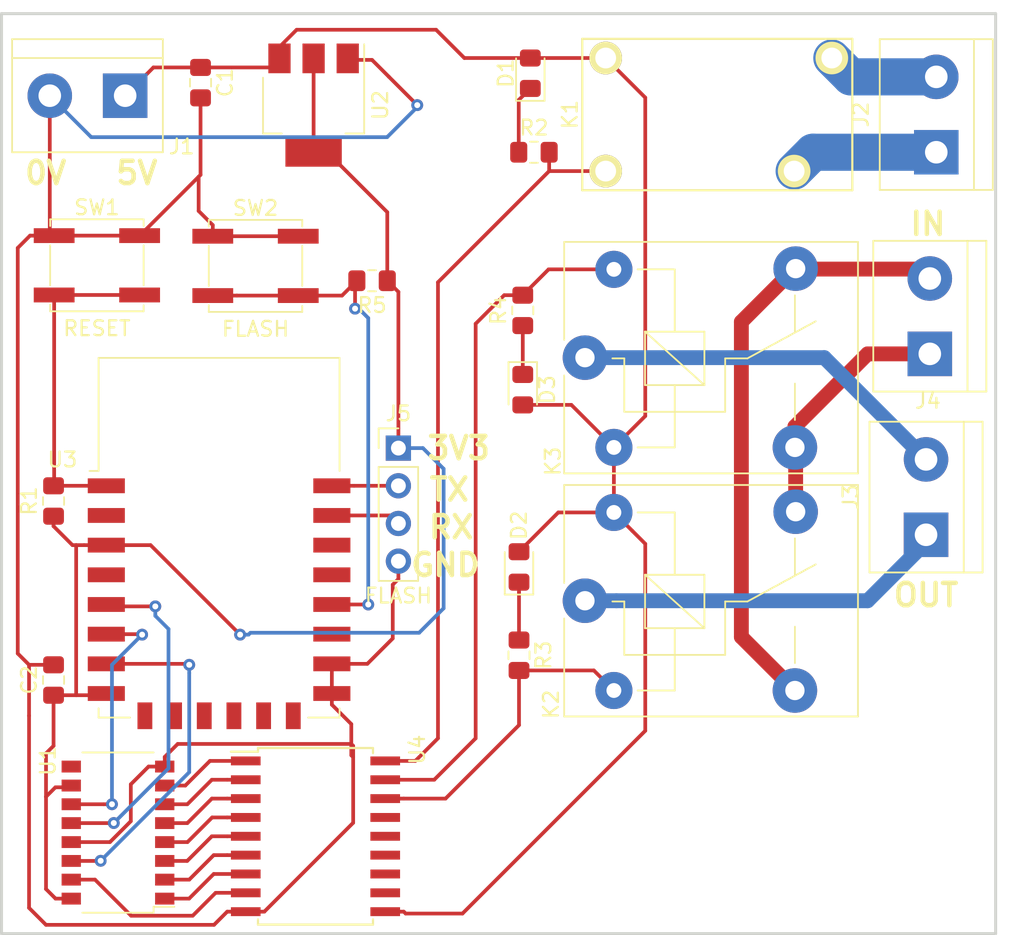
<source format=kicad_pcb>
(kicad_pcb (version 20171130) (host pcbnew 5.0.0-fee4fd1~66~ubuntu16.04.1)

  (general
    (thickness 1.6)
    (drawings 11)
    (tracks 242)
    (zones 0)
    (modules 24)
    (nets 48)
  )

  (page A4)
  (layers
    (0 F.Cu signal)
    (31 B.Cu signal)
    (32 B.Adhes user)
    (33 F.Adhes user)
    (34 B.Paste user)
    (35 F.Paste user)
    (36 B.SilkS user)
    (37 F.SilkS user)
    (38 B.Mask user)
    (39 F.Mask user)
    (40 Dwgs.User user)
    (41 Cmts.User user)
    (42 Eco1.User user)
    (43 Eco2.User user)
    (44 Edge.Cuts user)
    (45 Margin user)
    (46 B.CrtYd user)
    (47 F.CrtYd user)
    (48 B.Fab user)
    (49 F.Fab user)
  )

  (setup
    (last_trace_width 0.25)
    (user_trace_width 1)
    (user_trace_width 2)
    (user_trace_width 2.5)
    (user_trace_width 3)
    (trace_clearance 0.2)
    (zone_clearance 0.508)
    (zone_45_only no)
    (trace_min 0.2)
    (segment_width 0.2)
    (edge_width 0.15)
    (via_size 0.8)
    (via_drill 0.4)
    (via_min_size 0.4)
    (via_min_drill 0.3)
    (uvia_size 0.3)
    (uvia_drill 0.1)
    (uvias_allowed no)
    (uvia_min_size 0.2)
    (uvia_min_drill 0.1)
    (pcb_text_width 0.3)
    (pcb_text_size 1.5 1.5)
    (mod_edge_width 0.15)
    (mod_text_size 1 1)
    (mod_text_width 0.15)
    (pad_size 1.524 1.524)
    (pad_drill 0.762)
    (pad_to_mask_clearance 0.2)
    (aux_axis_origin 0 0)
    (visible_elements FFFFFF7F)
    (pcbplotparams
      (layerselection 0x010f0_ffffffff)
      (usegerberextensions false)
      (usegerberattributes false)
      (usegerberadvancedattributes false)
      (creategerberjobfile false)
      (excludeedgelayer true)
      (linewidth 0.100000)
      (plotframeref false)
      (viasonmask false)
      (mode 1)
      (useauxorigin false)
      (hpglpennumber 1)
      (hpglpenspeed 20)
      (hpglpendiameter 15.000000)
      (psnegative false)
      (psa4output false)
      (plotreference true)
      (plotvalue true)
      (plotinvisibletext false)
      (padsonsilk false)
      (subtractmaskfromsilk false)
      (outputformat 1)
      (mirror false)
      (drillshape 0)
      (scaleselection 1)
      (outputdirectory "GERBER/"))
  )

  (net 0 "")
  (net 1 /5V)
  (net 2 /GND)
  (net 3 /3V3)
  (net 4 "Net-(D1-Pad1)")
  (net 5 "Net-(D2-Pad1)")
  (net 6 "Net-(D3-Pad1)")
  (net 7 "Net-(J2-Pad1)")
  (net 8 "Net-(J2-Pad2)")
  (net 9 "Net-(J3-Pad2)")
  (net 10 "Net-(J3-Pad1)")
  (net 11 /OUT1)
  (net 12 /OUT2)
  (net 13 /OUT3)
  (net 14 "Net-(R1-Pad2)")
  (net 15 "Net-(U1-Pad9)")
  (net 16 /SRCLK)
  (net 17 /RCLK)
  (net 18 /SER)
  (net 19 "Net-(U3-Pad2)")
  (net 20 "Net-(U3-Pad4)")
  (net 21 "Net-(U3-Pad9)")
  (net 22 "Net-(U3-Pad10)")
  (net 23 "Net-(U3-Pad11)")
  (net 24 "Net-(U3-Pad12)")
  (net 25 "Net-(U3-Pad13)")
  (net 26 "Net-(U3-Pad14)")
  (net 27 "Net-(U3-Pad17)")
  (net 28 "Net-(U3-Pad19)")
  (net 29 "Net-(U3-Pad20)")
  (net 30 /L7)
  (net 31 /L6)
  (net 32 /L5)
  (net 33 /L4)
  (net 34 /L3)
  (net 35 /L2)
  (net 36 /L1)
  (net 37 /L8)
  (net 38 /24+)
  (net 39 /24-)
  (net 40 "Net-(U4-Pad11)")
  (net 41 "Net-(U4-Pad12)")
  (net 42 "Net-(U4-Pad13)")
  (net 43 "Net-(U4-Pad14)")
  (net 44 "Net-(U4-Pad15)")
  (net 45 /TXD)
  (net 46 /RXD)
  (net 47 /GPIO0)

  (net_class Default "This is the default net class."
    (clearance 0.2)
    (trace_width 0.25)
    (via_dia 0.8)
    (via_drill 0.4)
    (uvia_dia 0.3)
    (uvia_drill 0.1)
    (add_net /24+)
    (add_net /24-)
    (add_net /3V3)
    (add_net /5V)
    (add_net /GND)
    (add_net /GPIO0)
    (add_net /L1)
    (add_net /L2)
    (add_net /L3)
    (add_net /L4)
    (add_net /L5)
    (add_net /L6)
    (add_net /L7)
    (add_net /L8)
    (add_net /OUT1)
    (add_net /OUT2)
    (add_net /OUT3)
    (add_net /RCLK)
    (add_net /RXD)
    (add_net /SER)
    (add_net /SRCLK)
    (add_net /TXD)
    (add_net "Net-(D1-Pad1)")
    (add_net "Net-(D2-Pad1)")
    (add_net "Net-(D3-Pad1)")
    (add_net "Net-(J2-Pad1)")
    (add_net "Net-(J2-Pad2)")
    (add_net "Net-(J3-Pad1)")
    (add_net "Net-(J3-Pad2)")
    (add_net "Net-(R1-Pad2)")
    (add_net "Net-(U1-Pad9)")
    (add_net "Net-(U3-Pad10)")
    (add_net "Net-(U3-Pad11)")
    (add_net "Net-(U3-Pad12)")
    (add_net "Net-(U3-Pad13)")
    (add_net "Net-(U3-Pad14)")
    (add_net "Net-(U3-Pad17)")
    (add_net "Net-(U3-Pad19)")
    (add_net "Net-(U3-Pad2)")
    (add_net "Net-(U3-Pad20)")
    (add_net "Net-(U3-Pad4)")
    (add_net "Net-(U3-Pad9)")
    (add_net "Net-(U4-Pad11)")
    (add_net "Net-(U4-Pad12)")
    (add_net "Net-(U4-Pad13)")
    (add_net "Net-(U4-Pad14)")
    (add_net "Net-(U4-Pad15)")
  )

  (module RF_Module:ESP-12E (layer F.Cu) (tedit 5A030172) (tstamp 5BC1385F)
    (at 146.665 79.319)
    (descr "Wi-Fi Module, http://wiki.ai-thinker.com/_media/esp8266/docs/aithinker_esp_12f_datasheet_en.pdf")
    (tags "Wi-Fi Module")
    (path /5BA7F006)
    (attr smd)
    (fp_text reference U3 (at -10.56 -5.26) (layer F.SilkS)
      (effects (font (size 1 1) (thickness 0.15)))
    )
    (fp_text value ESP-12F (at -0.06 -12.78) (layer F.Fab)
      (effects (font (size 1 1) (thickness 0.15)))
    )
    (fp_text user Antenna (at -0.06 -7 180) (layer Cmts.User)
      (effects (font (size 1 1) (thickness 0.15)))
    )
    (fp_text user "KEEP-OUT ZONE" (at 0.03 -9.55 180) (layer Cmts.User)
      (effects (font (size 1 1) (thickness 0.15)))
    )
    (fp_text user %R (at 0.49 -0.8) (layer F.Fab)
      (effects (font (size 1 1) (thickness 0.15)))
    )
    (fp_line (start -8 -12) (end 8 -12) (layer F.Fab) (width 0.12))
    (fp_line (start 8 -12) (end 8 12) (layer F.Fab) (width 0.12))
    (fp_line (start 8 12) (end -8 12) (layer F.Fab) (width 0.12))
    (fp_line (start -8 12) (end -8 -3) (layer F.Fab) (width 0.12))
    (fp_line (start -8 -3) (end -7.5 -3.5) (layer F.Fab) (width 0.12))
    (fp_line (start -7.5 -3.5) (end -8 -4) (layer F.Fab) (width 0.12))
    (fp_line (start -8 -4) (end -8 -12) (layer F.Fab) (width 0.12))
    (fp_line (start -9.05 -12.2) (end 9.05 -12.2) (layer F.CrtYd) (width 0.05))
    (fp_line (start 9.05 -12.2) (end 9.05 13.1) (layer F.CrtYd) (width 0.05))
    (fp_line (start 9.05 13.1) (end -9.05 13.1) (layer F.CrtYd) (width 0.05))
    (fp_line (start -9.05 13.1) (end -9.05 -12.2) (layer F.CrtYd) (width 0.05))
    (fp_line (start -8.12 -12.12) (end 8.12 -12.12) (layer F.SilkS) (width 0.12))
    (fp_line (start 8.12 -12.12) (end 8.12 -4.5) (layer F.SilkS) (width 0.12))
    (fp_line (start 8.12 11.5) (end 8.12 12.12) (layer F.SilkS) (width 0.12))
    (fp_line (start 8.12 12.12) (end 6 12.12) (layer F.SilkS) (width 0.12))
    (fp_line (start -6 12.12) (end -8.12 12.12) (layer F.SilkS) (width 0.12))
    (fp_line (start -8.12 12.12) (end -8.12 11.5) (layer F.SilkS) (width 0.12))
    (fp_line (start -8.12 -4.5) (end -8.12 -12.12) (layer F.SilkS) (width 0.12))
    (fp_line (start -8.12 -4.5) (end -8.73 -4.5) (layer F.SilkS) (width 0.12))
    (fp_line (start -8.12 -12.12) (end 8.12 -12.12) (layer Dwgs.User) (width 0.12))
    (fp_line (start 8.12 -12.12) (end 8.12 -4.8) (layer Dwgs.User) (width 0.12))
    (fp_line (start 8.12 -4.8) (end -8.12 -4.8) (layer Dwgs.User) (width 0.12))
    (fp_line (start -8.12 -4.8) (end -8.12 -12.12) (layer Dwgs.User) (width 0.12))
    (fp_line (start -8.12 -9.12) (end -5.12 -12.12) (layer Dwgs.User) (width 0.12))
    (fp_line (start -8.12 -6.12) (end -2.12 -12.12) (layer Dwgs.User) (width 0.12))
    (fp_line (start -6.44 -4.8) (end 0.88 -12.12) (layer Dwgs.User) (width 0.12))
    (fp_line (start -3.44 -4.8) (end 3.88 -12.12) (layer Dwgs.User) (width 0.12))
    (fp_line (start -0.44 -4.8) (end 6.88 -12.12) (layer Dwgs.User) (width 0.12))
    (fp_line (start 2.56 -4.8) (end 8.12 -10.36) (layer Dwgs.User) (width 0.12))
    (fp_line (start 5.56 -4.8) (end 8.12 -7.36) (layer Dwgs.User) (width 0.12))
    (pad 1 smd rect (at -7.6 -3.5) (size 2.5 1) (layers F.Cu F.Paste F.Mask)
      (net 14 "Net-(R1-Pad2)"))
    (pad 2 smd rect (at -7.6 -1.5) (size 2.5 1) (layers F.Cu F.Paste F.Mask)
      (net 19 "Net-(U3-Pad2)"))
    (pad 3 smd rect (at -7.6 0.5) (size 2.5 1) (layers F.Cu F.Paste F.Mask)
      (net 3 /3V3))
    (pad 4 smd rect (at -7.6 2.5) (size 2.5 1) (layers F.Cu F.Paste F.Mask)
      (net 20 "Net-(U3-Pad4)"))
    (pad 5 smd rect (at -7.6 4.5) (size 2.5 1) (layers F.Cu F.Paste F.Mask)
      (net 17 /RCLK))
    (pad 6 smd rect (at -7.6 6.5) (size 2.5 1) (layers F.Cu F.Paste F.Mask)
      (net 16 /SRCLK))
    (pad 7 smd rect (at -7.6 8.5) (size 2.5 1) (layers F.Cu F.Paste F.Mask)
      (net 18 /SER))
    (pad 8 smd rect (at -7.6 10.5) (size 2.5 1) (layers F.Cu F.Paste F.Mask)
      (net 3 /3V3))
    (pad 9 smd rect (at -5 12) (size 1 1.8) (layers F.Cu F.Paste F.Mask)
      (net 21 "Net-(U3-Pad9)"))
    (pad 10 smd rect (at -3 12) (size 1 1.8) (layers F.Cu F.Paste F.Mask)
      (net 22 "Net-(U3-Pad10)"))
    (pad 11 smd rect (at -1 12) (size 1 1.8) (layers F.Cu F.Paste F.Mask)
      (net 23 "Net-(U3-Pad11)"))
    (pad 12 smd rect (at 1 12) (size 1 1.8) (layers F.Cu F.Paste F.Mask)
      (net 24 "Net-(U3-Pad12)"))
    (pad 13 smd rect (at 3 12) (size 1 1.8) (layers F.Cu F.Paste F.Mask)
      (net 25 "Net-(U3-Pad13)"))
    (pad 14 smd rect (at 5 12) (size 1 1.8) (layers F.Cu F.Paste F.Mask)
      (net 26 "Net-(U3-Pad14)"))
    (pad 15 smd rect (at 7.6 10.5) (size 2.5 1) (layers F.Cu F.Paste F.Mask)
      (net 2 /GND))
    (pad 16 smd rect (at 7.6 8.5) (size 2.5 1) (layers F.Cu F.Paste F.Mask)
      (net 2 /GND))
    (pad 17 smd rect (at 7.6 6.5) (size 2.5 1) (layers F.Cu F.Paste F.Mask)
      (net 27 "Net-(U3-Pad17)"))
    (pad 18 smd rect (at 7.6 4.5) (size 2.5 1) (layers F.Cu F.Paste F.Mask)
      (net 47 /GPIO0))
    (pad 19 smd rect (at 7.6 2.5) (size 2.5 1) (layers F.Cu F.Paste F.Mask)
      (net 28 "Net-(U3-Pad19)"))
    (pad 20 smd rect (at 7.6 0.5) (size 2.5 1) (layers F.Cu F.Paste F.Mask)
      (net 29 "Net-(U3-Pad20)"))
    (pad 21 smd rect (at 7.6 -1.5) (size 2.5 1) (layers F.Cu F.Paste F.Mask)
      (net 46 /RXD))
    (pad 22 smd rect (at 7.6 -3.5) (size 2.5 1) (layers F.Cu F.Paste F.Mask)
      (net 45 /TXD))
    (model ${KISYS3DMOD}/RF_Module.3dshapes/ESP-12E.wrl
      (at (xyz 0 0 0))
      (scale (xyz 1 1 1))
      (rotate (xyz 0 0 0))
    )
  )

  (module Package_SO:SOP-16_4.4x10.4mm_P1.27mm (layer F.Cu) (tedit 5BA9E737) (tstamp 5BC13711)
    (at 139.852 99.192 180)
    (descr "16-Lead Plastic Small Outline http://www.vishay.com/docs/49633/sg2098.pdf")
    (tags "SOP 1.27")
    (path /5BA7F131)
    (attr smd)
    (fp_text reference U1 (at 4.724 4.831 270) (layer F.SilkS)
      (effects (font (size 1 1) (thickness 0.15)))
    )
    (fp_text value 74HCT595 (at 4.724 -1.773 270) (layer F.Fab)
      (effects (font (size 1 1) (thickness 0.15)))
    )
    (fp_text user %R (at 0 0 180) (layer F.Fab)
      (effects (font (size 0.8 0.8) (thickness 0.15)))
    )
    (fp_line (start -2.2 -4.6) (end -1.6 -5.2) (layer F.Fab) (width 0.1))
    (fp_line (start -2.4 -5.4) (end -2.4 -5) (layer F.SilkS) (width 0.12))
    (fp_line (start -2.4 -5) (end -3.8 -5) (layer F.SilkS) (width 0.12))
    (fp_line (start -1.6 -5.2) (end 2.2 -5.2) (layer F.Fab) (width 0.1))
    (fp_line (start 2.2 -5.2) (end 2.2 5.2) (layer F.Fab) (width 0.1))
    (fp_line (start 2.2 5.2) (end -2.2 5.2) (layer F.Fab) (width 0.1))
    (fp_line (start -2.2 5.2) (end -2.2 -4.6) (layer F.Fab) (width 0.1))
    (fp_line (start -2.4 -5.4) (end 2.4 -5.4) (layer F.SilkS) (width 0.12))
    (fp_line (start -2.4 5.4) (end 2.4 5.4) (layer F.SilkS) (width 0.12))
    (fp_line (start -4.05 -5.45) (end 4.05 -5.45) (layer F.CrtYd) (width 0.05))
    (fp_line (start -4.05 -5.45) (end -4.05 5.45) (layer F.CrtYd) (width 0.05))
    (fp_line (start 4.05 5.45) (end 4.05 -5.45) (layer F.CrtYd) (width 0.05))
    (fp_line (start 4.05 5.45) (end -4.05 5.45) (layer F.CrtYd) (width 0.05))
    (pad 1 smd rect (at -3.15 -4.45 180) (size 1.3 0.8) (layers F.Cu F.Paste F.Mask)
      (net 30 /L7))
    (pad 2 smd rect (at -3.15 -3.17 180) (size 1.3 0.8) (layers F.Cu F.Paste F.Mask)
      (net 31 /L6))
    (pad 3 smd rect (at -3.15 -1.91 180) (size 1.3 0.8) (layers F.Cu F.Paste F.Mask)
      (net 32 /L5))
    (pad 4 smd rect (at -3.15 -0.64 180) (size 1.3 0.8) (layers F.Cu F.Paste F.Mask)
      (net 33 /L4))
    (pad 5 smd rect (at -3.15 0.64 180) (size 1.3 0.8) (layers F.Cu F.Paste F.Mask)
      (net 34 /L3))
    (pad 6 smd rect (at -3.15 1.91 180) (size 1.3 0.8) (layers F.Cu F.Paste F.Mask)
      (net 35 /L2))
    (pad 7 smd rect (at -3.15 3.17 180) (size 1.3 0.8) (layers F.Cu F.Paste F.Mask)
      (net 36 /L1))
    (pad 8 smd rect (at -3.15 4.45 180) (size 1.3 0.8) (layers F.Cu F.Paste F.Mask)
      (net 2 /GND))
    (pad 9 smd rect (at 3.15 4.45 180) (size 1.3 0.8) (layers F.Cu F.Paste F.Mask)
      (net 15 "Net-(U1-Pad9)"))
    (pad 10 smd rect (at 3.15 3.17 180) (size 1.3 0.8) (layers F.Cu F.Paste F.Mask)
      (net 3 /3V3))
    (pad 11 smd rect (at 3.15 1.91 180) (size 1.3 0.8) (layers F.Cu F.Paste F.Mask)
      (net 16 /SRCLK))
    (pad 12 smd rect (at 3.15 0.64 180) (size 1.3 0.8) (layers F.Cu F.Paste F.Mask)
      (net 17 /RCLK))
    (pad 13 smd rect (at 3.15 -0.64 180) (size 1.3 0.8) (layers F.Cu F.Paste F.Mask)
      (net 2 /GND))
    (pad 14 smd rect (at 3.15 -1.91 180) (size 1.3 0.8) (layers F.Cu F.Paste F.Mask)
      (net 18 /SER))
    (pad 15 smd rect (at 3.15 -3.17 180) (size 1.3 0.8) (layers F.Cu F.Paste F.Mask)
      (net 37 /L8))
    (pad 16 smd rect (at 3.15 -4.45 180) (size 1.3 0.8) (layers F.Cu F.Paste F.Mask)
      (net 3 /3V3))
    (model ${KISYS3DMOD}/Package_SO.3dshapes/SOP-16_4.4x10.4mm_P1.27mm.wrl
      (at (xyz 0 0 0))
      (scale (xyz 1 1 1))
      (rotate (xyz 0 0 0))
    )
  )

  (module Diode_SMD:D_0805_2012Metric_Pad1.15x1.40mm_HandSolder (layer F.Cu) (tedit 5B4B45C8) (tstamp 5BA9ECF3)
    (at 167.132 69.342 270)
    (descr "Diode SMD 0805 (2012 Metric), square (rectangular) end terminal, IPC_7351 nominal, (Body size source: https://docs.google.com/spreadsheets/d/1BsfQQcO9C6DZCsRaXUlFlo91Tg2WpOkGARC1WS5S8t0/edit?usp=sharing), generated with kicad-footprint-generator")
    (tags "diode handsolder")
    (path /5BAC894B)
    (attr smd)
    (fp_text reference D3 (at 0 -1.65 270) (layer F.SilkS)
      (effects (font (size 1 1) (thickness 0.15)))
    )
    (fp_text value LED (at 0 1.65 270) (layer F.Fab)
      (effects (font (size 1 1) (thickness 0.15)))
    )
    (fp_text user %R (at -0.110001 -0.420001 270) (layer F.Fab)
      (effects (font (size 0.5 0.5) (thickness 0.08)))
    )
    (fp_line (start 1.85 0.95) (end -1.85 0.95) (layer F.CrtYd) (width 0.05))
    (fp_line (start 1.85 -0.95) (end 1.85 0.95) (layer F.CrtYd) (width 0.05))
    (fp_line (start -1.85 -0.95) (end 1.85 -0.95) (layer F.CrtYd) (width 0.05))
    (fp_line (start -1.85 0.95) (end -1.85 -0.95) (layer F.CrtYd) (width 0.05))
    (fp_line (start -1.86 0.96) (end 1 0.96) (layer F.SilkS) (width 0.12))
    (fp_line (start -1.86 -0.96) (end -1.86 0.96) (layer F.SilkS) (width 0.12))
    (fp_line (start 1 -0.96) (end -1.86 -0.96) (layer F.SilkS) (width 0.12))
    (fp_line (start 1 0.6) (end 1 -0.6) (layer F.Fab) (width 0.1))
    (fp_line (start -1 0.6) (end 1 0.6) (layer F.Fab) (width 0.1))
    (fp_line (start -1 -0.3) (end -1 0.6) (layer F.Fab) (width 0.1))
    (fp_line (start -0.7 -0.6) (end -1 -0.3) (layer F.Fab) (width 0.1))
    (fp_line (start 1 -0.6) (end -0.7 -0.6) (layer F.Fab) (width 0.1))
    (pad 2 smd roundrect (at 1.025 0 270) (size 1.15 1.4) (layers F.Cu F.Paste F.Mask) (roundrect_rratio 0.217391)
      (net 1 /5V))
    (pad 1 smd roundrect (at -1.025 0 270) (size 1.15 1.4) (layers F.Cu F.Paste F.Mask) (roundrect_rratio 0.217391)
      (net 6 "Net-(D3-Pad1)"))
    (model ${KISYS3DMOD}/Diode_SMD.3dshapes/D_0805_2012Metric.wrl
      (at (xyz 0 0 0))
      (scale (xyz 1 1 1))
      (rotate (xyz 0 0 0))
    )
  )

  (module Diode_SMD:D_0805_2012Metric_Pad1.15x1.40mm_HandSolder (layer F.Cu) (tedit 5B4B45C8) (tstamp 5BB541A5)
    (at 167.64 48.015 90)
    (descr "Diode SMD 0805 (2012 Metric), square (rectangular) end terminal, IPC_7351 nominal, (Body size source: https://docs.google.com/spreadsheets/d/1BsfQQcO9C6DZCsRaXUlFlo91Tg2WpOkGARC1WS5S8t0/edit?usp=sharing), generated with kicad-footprint-generator")
    (tags "diode handsolder")
    (path /5BB1662C)
    (attr smd)
    (fp_text reference D1 (at 0 -1.65 90) (layer F.SilkS)
      (effects (font (size 1 1) (thickness 0.15)))
    )
    (fp_text value LED (at 0 1.65 90) (layer F.Fab)
      (effects (font (size 1 1) (thickness 0.15)))
    )
    (fp_line (start 1 -0.6) (end -0.7 -0.6) (layer F.Fab) (width 0.1))
    (fp_line (start -0.7 -0.6) (end -1 -0.3) (layer F.Fab) (width 0.1))
    (fp_line (start -1 -0.3) (end -1 0.6) (layer F.Fab) (width 0.1))
    (fp_line (start -1 0.6) (end 1 0.6) (layer F.Fab) (width 0.1))
    (fp_line (start 1 0.6) (end 1 -0.6) (layer F.Fab) (width 0.1))
    (fp_line (start 1 -0.96) (end -1.86 -0.96) (layer F.SilkS) (width 0.12))
    (fp_line (start -1.86 -0.96) (end -1.86 0.96) (layer F.SilkS) (width 0.12))
    (fp_line (start -1.86 0.96) (end 1 0.96) (layer F.SilkS) (width 0.12))
    (fp_line (start -1.85 0.95) (end -1.85 -0.95) (layer F.CrtYd) (width 0.05))
    (fp_line (start -1.85 -0.95) (end 1.85 -0.95) (layer F.CrtYd) (width 0.05))
    (fp_line (start 1.85 -0.95) (end 1.85 0.95) (layer F.CrtYd) (width 0.05))
    (fp_line (start 1.85 0.95) (end -1.85 0.95) (layer F.CrtYd) (width 0.05))
    (fp_text user %R (at 0.025 0 90) (layer F.Fab)
      (effects (font (size 0.5 0.5) (thickness 0.08)))
    )
    (pad 1 smd roundrect (at -1.025 0 90) (size 1.15 1.4) (layers F.Cu F.Paste F.Mask) (roundrect_rratio 0.217391)
      (net 4 "Net-(D1-Pad1)"))
    (pad 2 smd roundrect (at 1.025 0 90) (size 1.15 1.4) (layers F.Cu F.Paste F.Mask) (roundrect_rratio 0.217391)
      (net 1 /5V))
    (model ${KISYS3DMOD}/Diode_SMD.3dshapes/D_0805_2012Metric.wrl
      (at (xyz 0 0 0))
      (scale (xyz 1 1 1))
      (rotate (xyz 0 0 0))
    )
  )

  (module Diode_SMD:D_0805_2012Metric_Pad1.15x1.40mm_HandSolder (layer F.Cu) (tedit 5B4B45C8) (tstamp 5BA9ECBD)
    (at 166.878 81.289 90)
    (descr "Diode SMD 0805 (2012 Metric), square (rectangular) end terminal, IPC_7351 nominal, (Body size source: https://docs.google.com/spreadsheets/d/1BsfQQcO9C6DZCsRaXUlFlo91Tg2WpOkGARC1WS5S8t0/edit?usp=sharing), generated with kicad-footprint-generator")
    (tags "diode handsolder")
    (path /5BAC58A6)
    (attr smd)
    (fp_text reference D2 (at 2.803 0 90) (layer F.SilkS)
      (effects (font (size 1 1) (thickness 0.15)))
    )
    (fp_text value LED (at 0 1.65 90) (layer F.Fab)
      (effects (font (size 1 1) (thickness 0.15)))
    )
    (fp_text user %R (at 0 0 90) (layer F.Fab)
      (effects (font (size 0.5 0.5) (thickness 0.08)))
    )
    (fp_line (start 1.85 0.95) (end -1.85 0.95) (layer F.CrtYd) (width 0.05))
    (fp_line (start 1.85 -0.95) (end 1.85 0.95) (layer F.CrtYd) (width 0.05))
    (fp_line (start -1.85 -0.95) (end 1.85 -0.95) (layer F.CrtYd) (width 0.05))
    (fp_line (start -1.85 0.95) (end -1.85 -0.95) (layer F.CrtYd) (width 0.05))
    (fp_line (start -1.86 0.96) (end 1 0.96) (layer F.SilkS) (width 0.12))
    (fp_line (start -1.86 -0.96) (end -1.86 0.96) (layer F.SilkS) (width 0.12))
    (fp_line (start 1 -0.96) (end -1.86 -0.96) (layer F.SilkS) (width 0.12))
    (fp_line (start 1 0.6) (end 1 -0.6) (layer F.Fab) (width 0.1))
    (fp_line (start -1 0.6) (end 1 0.6) (layer F.Fab) (width 0.1))
    (fp_line (start -1 -0.3) (end -1 0.6) (layer F.Fab) (width 0.1))
    (fp_line (start -0.7 -0.6) (end -1 -0.3) (layer F.Fab) (width 0.1))
    (fp_line (start 1 -0.6) (end -0.7 -0.6) (layer F.Fab) (width 0.1))
    (pad 2 smd roundrect (at 1.025 0 90) (size 1.15 1.4) (layers F.Cu F.Paste F.Mask) (roundrect_rratio 0.217391)
      (net 1 /5V))
    (pad 1 smd roundrect (at -1.025 0 90) (size 1.15 1.4) (layers F.Cu F.Paste F.Mask) (roundrect_rratio 0.217391)
      (net 5 "Net-(D2-Pad1)"))
    (model ${KISYS3DMOD}/Diode_SMD.3dshapes/D_0805_2012Metric.wrl
      (at (xyz 0 0 0))
      (scale (xyz 1 1 1))
      (rotate (xyz 0 0 0))
    )
  )

  (module TerminalBlock:TerminalBlock_bornier-2_P5.08mm (layer F.Cu) (tedit 59FF03AB) (tstamp 5BB5423F)
    (at 140.335 49.53 180)
    (descr "simple 2-pin terminal block, pitch 5.08mm, revamped version of bornier2")
    (tags "terminal block bornier2")
    (path /5BA8AC96)
    (fp_text reference J1 (at -3.81 -3.429 180) (layer F.SilkS)
      (effects (font (size 1 1) (thickness 0.15)))
    )
    (fp_text value 5VIN (at 2.54 5.08 180) (layer F.Fab)
      (effects (font (size 1 1) (thickness 0.15)))
    )
    (fp_text user %R (at 2.54 0 180) (layer F.Fab)
      (effects (font (size 1 1) (thickness 0.15)))
    )
    (fp_line (start -2.41 2.55) (end 7.49 2.55) (layer F.Fab) (width 0.1))
    (fp_line (start -2.46 -3.75) (end -2.46 3.75) (layer F.Fab) (width 0.1))
    (fp_line (start -2.46 3.75) (end 7.54 3.75) (layer F.Fab) (width 0.1))
    (fp_line (start 7.54 3.75) (end 7.54 -3.75) (layer F.Fab) (width 0.1))
    (fp_line (start 7.54 -3.75) (end -2.46 -3.75) (layer F.Fab) (width 0.1))
    (fp_line (start 7.62 2.54) (end -2.54 2.54) (layer F.SilkS) (width 0.12))
    (fp_line (start 7.62 3.81) (end 7.62 -3.81) (layer F.SilkS) (width 0.12))
    (fp_line (start 7.62 -3.81) (end -2.54 -3.81) (layer F.SilkS) (width 0.12))
    (fp_line (start -2.54 -3.81) (end -2.54 3.81) (layer F.SilkS) (width 0.12))
    (fp_line (start -2.54 3.81) (end 7.62 3.81) (layer F.SilkS) (width 0.12))
    (fp_line (start -2.71 -4) (end 7.79 -4) (layer F.CrtYd) (width 0.05))
    (fp_line (start -2.71 -4) (end -2.71 4) (layer F.CrtYd) (width 0.05))
    (fp_line (start 7.79 4) (end 7.79 -4) (layer F.CrtYd) (width 0.05))
    (fp_line (start 7.79 4) (end -2.71 4) (layer F.CrtYd) (width 0.05))
    (pad 1 thru_hole rect (at 0 0 180) (size 3 3) (drill 1.52) (layers *.Cu *.Mask)
      (net 1 /5V))
    (pad 2 thru_hole circle (at 5.08 0 180) (size 3 3) (drill 1.52) (layers *.Cu *.Mask)
      (net 2 /GND))
    (model ${KISYS3DMOD}/TerminalBlock.3dshapes/TerminalBlock_bornier-2_P5.08mm.wrl
      (offset (xyz 2.539999961853027 0 0))
      (scale (xyz 1 1 1))
      (rotate (xyz 0 0 0))
    )
  )

  (module TerminalBlock:TerminalBlock_bornier-2_P5.08mm (layer F.Cu) (tedit 59FF03AB) (tstamp 5BC11D94)
    (at 195 53.34 90)
    (descr "simple 2-pin terminal block, pitch 5.08mm, revamped version of bornier2")
    (tags "terminal block bornier2")
    (path /5BA8A7E8)
    (fp_text reference J2 (at 2.54 -5.08 90) (layer F.SilkS)
      (effects (font (size 1 1) (thickness 0.15)))
    )
    (fp_text value Conn_01x02_Female (at 2.54 5.08 90) (layer F.Fab)
      (effects (font (size 1 1) (thickness 0.15)))
    )
    (fp_text user %R (at 2.54 0 90) (layer F.Fab)
      (effects (font (size 1 1) (thickness 0.15)))
    )
    (fp_line (start -2.41 2.55) (end 7.49 2.55) (layer F.Fab) (width 0.1))
    (fp_line (start -2.46 -3.75) (end -2.46 3.75) (layer F.Fab) (width 0.1))
    (fp_line (start -2.46 3.75) (end 7.54 3.75) (layer F.Fab) (width 0.1))
    (fp_line (start 7.54 3.75) (end 7.54 -3.75) (layer F.Fab) (width 0.1))
    (fp_line (start 7.54 -3.75) (end -2.46 -3.75) (layer F.Fab) (width 0.1))
    (fp_line (start 7.62 2.54) (end -2.54 2.54) (layer F.SilkS) (width 0.12))
    (fp_line (start 7.62 3.81) (end 7.62 -3.81) (layer F.SilkS) (width 0.12))
    (fp_line (start 7.62 -3.81) (end -2.54 -3.81) (layer F.SilkS) (width 0.12))
    (fp_line (start -2.54 -3.81) (end -2.54 3.81) (layer F.SilkS) (width 0.12))
    (fp_line (start -2.54 3.81) (end 7.62 3.81) (layer F.SilkS) (width 0.12))
    (fp_line (start -2.71 -4) (end 7.79 -4) (layer F.CrtYd) (width 0.05))
    (fp_line (start -2.71 -4) (end -2.71 4) (layer F.CrtYd) (width 0.05))
    (fp_line (start 7.79 4) (end 7.79 -4) (layer F.CrtYd) (width 0.05))
    (fp_line (start 7.79 4) (end -2.71 4) (layer F.CrtYd) (width 0.05))
    (pad 1 thru_hole rect (at 0 0 90) (size 3 3) (drill 1.52) (layers *.Cu *.Mask)
      (net 7 "Net-(J2-Pad1)"))
    (pad 2 thru_hole circle (at 5.08 0 90) (size 3 3) (drill 1.52) (layers *.Cu *.Mask)
      (net 8 "Net-(J2-Pad2)"))
    (model ${KISYS3DMOD}/TerminalBlock.3dshapes/TerminalBlock_bornier-2_P5.08mm.wrl
      (offset (xyz 2.539999961853027 0 0))
      (scale (xyz 1 1 1))
      (rotate (xyz 0 0 0))
    )
  )

  (module TerminalBlock:TerminalBlock_bornier-2_P5.08mm (layer F.Cu) (tedit 59FF03AB) (tstamp 5BB54269)
    (at 194.31 79.121 90)
    (descr "simple 2-pin terminal block, pitch 5.08mm, revamped version of bornier2")
    (tags "terminal block bornier2")
    (path /5BABACB0)
    (fp_text reference J3 (at 2.54 -5.08 90) (layer F.SilkS)
      (effects (font (size 1 1) (thickness 0.15)))
    )
    (fp_text value Velux_OUT (at 2.54 5.08 90) (layer F.Fab)
      (effects (font (size 1 1) (thickness 0.15)))
    )
    (fp_line (start 7.79 4) (end -2.71 4) (layer F.CrtYd) (width 0.05))
    (fp_line (start 7.79 4) (end 7.79 -4) (layer F.CrtYd) (width 0.05))
    (fp_line (start -2.71 -4) (end -2.71 4) (layer F.CrtYd) (width 0.05))
    (fp_line (start -2.71 -4) (end 7.79 -4) (layer F.CrtYd) (width 0.05))
    (fp_line (start -2.54 3.81) (end 7.62 3.81) (layer F.SilkS) (width 0.12))
    (fp_line (start -2.54 -3.81) (end -2.54 3.81) (layer F.SilkS) (width 0.12))
    (fp_line (start 7.62 -3.81) (end -2.54 -3.81) (layer F.SilkS) (width 0.12))
    (fp_line (start 7.62 3.81) (end 7.62 -3.81) (layer F.SilkS) (width 0.12))
    (fp_line (start 7.62 2.54) (end -2.54 2.54) (layer F.SilkS) (width 0.12))
    (fp_line (start 7.54 -3.75) (end -2.46 -3.75) (layer F.Fab) (width 0.1))
    (fp_line (start 7.54 3.75) (end 7.54 -3.75) (layer F.Fab) (width 0.1))
    (fp_line (start -2.46 3.75) (end 7.54 3.75) (layer F.Fab) (width 0.1))
    (fp_line (start -2.46 -3.75) (end -2.46 3.75) (layer F.Fab) (width 0.1))
    (fp_line (start -2.41 2.55) (end 7.49 2.55) (layer F.Fab) (width 0.1))
    (fp_text user %R (at 2.54 0 90) (layer F.Fab)
      (effects (font (size 1 1) (thickness 0.15)))
    )
    (pad 2 thru_hole circle (at 5.08 0 90) (size 3 3) (drill 1.52) (layers *.Cu *.Mask)
      (net 9 "Net-(J3-Pad2)"))
    (pad 1 thru_hole rect (at 0 0 90) (size 3 3) (drill 1.52) (layers *.Cu *.Mask)
      (net 10 "Net-(J3-Pad1)"))
    (model ${KISYS3DMOD}/TerminalBlock.3dshapes/TerminalBlock_bornier-2_P5.08mm.wrl
      (offset (xyz 2.539999961853027 0 0))
      (scale (xyz 1 1 1))
      (rotate (xyz 0 0 0))
    )
  )

  (module TerminalBlock:TerminalBlock_bornier-2_P5.08mm (layer F.Cu) (tedit 59FF03AB) (tstamp 5BB5427E)
    (at 194.564 66.929 90)
    (descr "simple 2-pin terminal block, pitch 5.08mm, revamped version of bornier2")
    (tags "terminal block bornier2")
    (path /5BAAC684)
    (fp_text reference J4 (at -3.175 -0.127 180) (layer F.SilkS)
      (effects (font (size 1 1) (thickness 0.15)))
    )
    (fp_text value 24V_IN (at 2.54 5.08 90) (layer F.Fab)
      (effects (font (size 1 1) (thickness 0.15)))
    )
    (fp_text user %R (at 2.54 0 90) (layer F.Fab)
      (effects (font (size 1 1) (thickness 0.15)))
    )
    (fp_line (start -2.41 2.55) (end 7.49 2.55) (layer F.Fab) (width 0.1))
    (fp_line (start -2.46 -3.75) (end -2.46 3.75) (layer F.Fab) (width 0.1))
    (fp_line (start -2.46 3.75) (end 7.54 3.75) (layer F.Fab) (width 0.1))
    (fp_line (start 7.54 3.75) (end 7.54 -3.75) (layer F.Fab) (width 0.1))
    (fp_line (start 7.54 -3.75) (end -2.46 -3.75) (layer F.Fab) (width 0.1))
    (fp_line (start 7.62 2.54) (end -2.54 2.54) (layer F.SilkS) (width 0.12))
    (fp_line (start 7.62 3.81) (end 7.62 -3.81) (layer F.SilkS) (width 0.12))
    (fp_line (start 7.62 -3.81) (end -2.54 -3.81) (layer F.SilkS) (width 0.12))
    (fp_line (start -2.54 -3.81) (end -2.54 3.81) (layer F.SilkS) (width 0.12))
    (fp_line (start -2.54 3.81) (end 7.62 3.81) (layer F.SilkS) (width 0.12))
    (fp_line (start -2.71 -4) (end 7.79 -4) (layer F.CrtYd) (width 0.05))
    (fp_line (start -2.71 -4) (end -2.71 4) (layer F.CrtYd) (width 0.05))
    (fp_line (start 7.79 4) (end 7.79 -4) (layer F.CrtYd) (width 0.05))
    (fp_line (start 7.79 4) (end -2.71 4) (layer F.CrtYd) (width 0.05))
    (pad 1 thru_hole rect (at 0 0 90) (size 3 3) (drill 1.52) (layers *.Cu *.Mask)
      (net 38 /24+))
    (pad 2 thru_hole circle (at 5.08 0 90) (size 3 3) (drill 1.52) (layers *.Cu *.Mask)
      (net 39 /24-))
    (model ${KISYS3DMOD}/TerminalBlock.3dshapes/TerminalBlock_bornier-2_P5.08mm.wrl
      (offset (xyz 2.539999961853027 0 0))
      (scale (xyz 1 1 1))
      (rotate (xyz 0 0 0))
    )
  )

  (module MyLibrary:SANYOU-SJ-S (layer F.Cu) (tedit 5BA8A5FA) (tstamp 5BB542F3)
    (at 180.34 50.8)
    (path /5BA89EA9)
    (fp_text reference K1 (at -10.033 0 90) (layer F.SilkS)
      (effects (font (size 1 1) (thickness 0.15)))
    )
    (fp_text value UMS05-1A80-75L (at 0 -5.969) (layer F.Fab)
      (effects (font (size 1 1) (thickness 0.15)))
    )
    (fp_line (start -9.2 5.1) (end -9.2 -5.1) (layer F.SilkS) (width 0.15))
    (fp_line (start 9 5.1) (end -9.2 5.1) (layer F.SilkS) (width 0.15))
    (fp_line (start 9 -5.1) (end 9 5.1) (layer F.SilkS) (width 0.15))
    (fp_line (start -9.2 -5.1) (end 9 -5.1) (layer F.SilkS) (width 0.15))
    (pad 3 thru_hole circle (at 7.62 -3.81) (size 2.2 2.2) (drill 1.4) (layers *.Cu *.Mask F.SilkS)
      (net 8 "Net-(J2-Pad2)"))
    (pad 4 thru_hole circle (at 5.08 3.81) (size 2.2 2.2) (drill 1.4) (layers *.Cu *.Mask F.SilkS)
      (net 7 "Net-(J2-Pad1)"))
    (pad 2 thru_hole circle (at -7.62 -3.81) (size 2.2 2.2) (drill 1.4) (layers *.Cu *.Mask F.SilkS)
      (net 1 /5V))
    (pad 1 thru_hole circle (at -7.62 3.81) (size 2.2 2.2) (drill 1.4) (layers *.Cu *.Mask F.SilkS)
      (net 11 /OUT1))
  )

  (module Resistor_SMD:R_0805_2012Metric_Pad1.15x1.40mm_HandSolder (layer F.Cu) (tedit 5B36C52B) (tstamp 5BC13763)
    (at 135.509 76.844 90)
    (descr "Resistor SMD 0805 (2012 Metric), square (rectangular) end terminal, IPC_7351 nominal with elongated pad for handsoldering. (Body size source: https://docs.google.com/spreadsheets/d/1BsfQQcO9C6DZCsRaXUlFlo91Tg2WpOkGARC1WS5S8t0/edit?usp=sharing), generated with kicad-footprint-generator")
    (tags "resistor handsolder")
    (path /5BAC7D95)
    (attr smd)
    (fp_text reference R1 (at 0 -1.65 90) (layer F.SilkS)
      (effects (font (size 1 1) (thickness 0.15)))
    )
    (fp_text value 10k (at 0 1.65 90) (layer F.Fab)
      (effects (font (size 1 1) (thickness 0.15)))
    )
    (fp_text user %R (at 0 0 90) (layer F.Fab)
      (effects (font (size 0.5 0.5) (thickness 0.08)))
    )
    (fp_line (start 1.85 0.95) (end -1.85 0.95) (layer F.CrtYd) (width 0.05))
    (fp_line (start 1.85 -0.95) (end 1.85 0.95) (layer F.CrtYd) (width 0.05))
    (fp_line (start -1.85 -0.95) (end 1.85 -0.95) (layer F.CrtYd) (width 0.05))
    (fp_line (start -1.85 0.95) (end -1.85 -0.95) (layer F.CrtYd) (width 0.05))
    (fp_line (start -0.261252 0.71) (end 0.261252 0.71) (layer F.SilkS) (width 0.12))
    (fp_line (start -0.261252 -0.71) (end 0.261252 -0.71) (layer F.SilkS) (width 0.12))
    (fp_line (start 1 0.6) (end -1 0.6) (layer F.Fab) (width 0.1))
    (fp_line (start 1 -0.6) (end 1 0.6) (layer F.Fab) (width 0.1))
    (fp_line (start -1 -0.6) (end 1 -0.6) (layer F.Fab) (width 0.1))
    (fp_line (start -1 0.6) (end -1 -0.6) (layer F.Fab) (width 0.1))
    (pad 2 smd roundrect (at 1.025 0 90) (size 1.15 1.4) (layers F.Cu F.Paste F.Mask) (roundrect_rratio 0.217391)
      (net 14 "Net-(R1-Pad2)"))
    (pad 1 smd roundrect (at -1.025 0 90) (size 1.15 1.4) (layers F.Cu F.Paste F.Mask) (roundrect_rratio 0.217391)
      (net 3 /3V3))
    (model ${KISYS3DMOD}/Resistor_SMD.3dshapes/R_0805_2012Metric.wrl
      (at (xyz 0 0 0))
      (scale (xyz 1 1 1))
      (rotate (xyz 0 0 0))
    )
  )

  (module Resistor_SMD:R_0805_2012Metric_Pad1.15x1.40mm_HandSolder (layer F.Cu) (tedit 5B36C52B) (tstamp 5BB54369)
    (at 167.885 53.34)
    (descr "Resistor SMD 0805 (2012 Metric), square (rectangular) end terminal, IPC_7351 nominal with elongated pad for handsoldering. (Body size source: https://docs.google.com/spreadsheets/d/1BsfQQcO9C6DZCsRaXUlFlo91Tg2WpOkGARC1WS5S8t0/edit?usp=sharing), generated with kicad-footprint-generator")
    (tags "resistor handsolder")
    (path /5BB16633)
    (attr smd)
    (fp_text reference R2 (at 0 -1.65) (layer F.SilkS)
      (effects (font (size 1 1) (thickness 0.15)))
    )
    (fp_text value 290 (at 0 1.65) (layer F.Fab)
      (effects (font (size 1 1) (thickness 0.15)))
    )
    (fp_text user %R (at 0 0) (layer F.Fab)
      (effects (font (size 0.5 0.5) (thickness 0.08)))
    )
    (fp_line (start 1.85 0.95) (end -1.85 0.95) (layer F.CrtYd) (width 0.05))
    (fp_line (start 1.85 -0.95) (end 1.85 0.95) (layer F.CrtYd) (width 0.05))
    (fp_line (start -1.85 -0.95) (end 1.85 -0.95) (layer F.CrtYd) (width 0.05))
    (fp_line (start -1.85 0.95) (end -1.85 -0.95) (layer F.CrtYd) (width 0.05))
    (fp_line (start -0.261252 0.71) (end 0.261252 0.71) (layer F.SilkS) (width 0.12))
    (fp_line (start -0.261252 -0.71) (end 0.261252 -0.71) (layer F.SilkS) (width 0.12))
    (fp_line (start 1 0.6) (end -1 0.6) (layer F.Fab) (width 0.1))
    (fp_line (start 1 -0.6) (end 1 0.6) (layer F.Fab) (width 0.1))
    (fp_line (start -1 -0.6) (end 1 -0.6) (layer F.Fab) (width 0.1))
    (fp_line (start -1 0.6) (end -1 -0.6) (layer F.Fab) (width 0.1))
    (pad 2 smd roundrect (at 1.025 0) (size 1.15 1.4) (layers F.Cu F.Paste F.Mask) (roundrect_rratio 0.217391)
      (net 11 /OUT1))
    (pad 1 smd roundrect (at -1.025 0) (size 1.15 1.4) (layers F.Cu F.Paste F.Mask) (roundrect_rratio 0.217391)
      (net 4 "Net-(D1-Pad1)"))
    (model ${KISYS3DMOD}/Resistor_SMD.3dshapes/R_0805_2012Metric.wrl
      (at (xyz 0 0 0))
      (scale (xyz 1 1 1))
      (rotate (xyz 0 0 0))
    )
  )

  (module Resistor_SMD:R_0805_2012Metric_Pad1.15x1.40mm_HandSolder (layer F.Cu) (tedit 5B36C52B) (tstamp 5BA9EC8B)
    (at 166.878 87.24 270)
    (descr "Resistor SMD 0805 (2012 Metric), square (rectangular) end terminal, IPC_7351 nominal with elongated pad for handsoldering. (Body size source: https://docs.google.com/spreadsheets/d/1BsfQQcO9C6DZCsRaXUlFlo91Tg2WpOkGARC1WS5S8t0/edit?usp=sharing), generated with kicad-footprint-generator")
    (tags "resistor handsolder")
    (path /5BAC58AD)
    (attr smd)
    (fp_text reference R3 (at 0 -1.65 270) (layer F.SilkS)
      (effects (font (size 1 1) (thickness 0.15)))
    )
    (fp_text value 290 (at 0 1.65 270) (layer F.Fab)
      (effects (font (size 1 1) (thickness 0.15)))
    )
    (fp_line (start -1 0.6) (end -1 -0.6) (layer F.Fab) (width 0.1))
    (fp_line (start -1 -0.6) (end 1 -0.6) (layer F.Fab) (width 0.1))
    (fp_line (start 1 -0.6) (end 1 0.6) (layer F.Fab) (width 0.1))
    (fp_line (start 1 0.6) (end -1 0.6) (layer F.Fab) (width 0.1))
    (fp_line (start -0.261252 -0.71) (end 0.261252 -0.71) (layer F.SilkS) (width 0.12))
    (fp_line (start -0.261252 0.71) (end 0.261252 0.71) (layer F.SilkS) (width 0.12))
    (fp_line (start -1.85 0.95) (end -1.85 -0.95) (layer F.CrtYd) (width 0.05))
    (fp_line (start -1.85 -0.95) (end 1.85 -0.95) (layer F.CrtYd) (width 0.05))
    (fp_line (start 1.85 -0.95) (end 1.85 0.95) (layer F.CrtYd) (width 0.05))
    (fp_line (start 1.85 0.95) (end -1.85 0.95) (layer F.CrtYd) (width 0.05))
    (fp_text user %R (at 0 0 270) (layer F.Fab)
      (effects (font (size 0.5 0.5) (thickness 0.08)))
    )
    (pad 1 smd roundrect (at -1.025 0 270) (size 1.15 1.4) (layers F.Cu F.Paste F.Mask) (roundrect_rratio 0.217391)
      (net 5 "Net-(D2-Pad1)"))
    (pad 2 smd roundrect (at 1.025 0 270) (size 1.15 1.4) (layers F.Cu F.Paste F.Mask) (roundrect_rratio 0.217391)
      (net 13 /OUT3))
    (model ${KISYS3DMOD}/Resistor_SMD.3dshapes/R_0805_2012Metric.wrl
      (at (xyz 0 0 0))
      (scale (xyz 1 1 1))
      (rotate (xyz 0 0 0))
    )
  )

  (module Resistor_SMD:R_0805_2012Metric_Pad1.15x1.40mm_HandSolder (layer F.Cu) (tedit 5B36C52B) (tstamp 5BA9EC5B)
    (at 167.132 63.999 90)
    (descr "Resistor SMD 0805 (2012 Metric), square (rectangular) end terminal, IPC_7351 nominal with elongated pad for handsoldering. (Body size source: https://docs.google.com/spreadsheets/d/1BsfQQcO9C6DZCsRaXUlFlo91Tg2WpOkGARC1WS5S8t0/edit?usp=sharing), generated with kicad-footprint-generator")
    (tags "resistor handsolder")
    (path /5BAC8952)
    (attr smd)
    (fp_text reference R4 (at 0 -1.65 90) (layer F.SilkS)
      (effects (font (size 1 1) (thickness 0.15)))
    )
    (fp_text value 290 (at 0 1.65 90) (layer F.Fab)
      (effects (font (size 1 1) (thickness 0.15)))
    )
    (fp_line (start -1 0.6) (end -1 -0.6) (layer F.Fab) (width 0.1))
    (fp_line (start -1 -0.6) (end 1 -0.6) (layer F.Fab) (width 0.1))
    (fp_line (start 1 -0.6) (end 1 0.6) (layer F.Fab) (width 0.1))
    (fp_line (start 1 0.6) (end -1 0.6) (layer F.Fab) (width 0.1))
    (fp_line (start -0.261252 -0.71) (end 0.261252 -0.71) (layer F.SilkS) (width 0.12))
    (fp_line (start -0.261252 0.71) (end 0.261252 0.71) (layer F.SilkS) (width 0.12))
    (fp_line (start -1.85 0.95) (end -1.85 -0.95) (layer F.CrtYd) (width 0.05))
    (fp_line (start -1.85 -0.95) (end 1.85 -0.95) (layer F.CrtYd) (width 0.05))
    (fp_line (start 1.85 -0.95) (end 1.85 0.95) (layer F.CrtYd) (width 0.05))
    (fp_line (start 1.85 0.95) (end -1.85 0.95) (layer F.CrtYd) (width 0.05))
    (fp_text user %R (at 0 0 90) (layer F.Fab)
      (effects (font (size 0.5 0.5) (thickness 0.08)))
    )
    (pad 1 smd roundrect (at -1.025 0 90) (size 1.15 1.4) (layers F.Cu F.Paste F.Mask) (roundrect_rratio 0.217391)
      (net 6 "Net-(D3-Pad1)"))
    (pad 2 smd roundrect (at 1.025 0 90) (size 1.15 1.4) (layers F.Cu F.Paste F.Mask) (roundrect_rratio 0.217391)
      (net 12 /OUT2))
    (model ${KISYS3DMOD}/Resistor_SMD.3dshapes/R_0805_2012Metric.wrl
      (at (xyz 0 0 0))
      (scale (xyz 1 1 1))
      (rotate (xyz 0 0 0))
    )
  )

  (module Button_Switch_SMD:SW_SPST_EVPBF (layer F.Cu) (tedit 5BAE6223) (tstamp 5BB543FA)
    (at 138.43 60.96)
    (descr "Light Touch Switch")
    (path /5BABD564)
    (attr smd)
    (fp_text reference SW1 (at 0 -3.9) (layer F.SilkS)
      (effects (font (size 1 1) (thickness 0.15)))
    )
    (fp_text value RESET (at 0 4.25) (layer F.SilkS)
      (effects (font (size 1 1) (thickness 0.15)))
    )
    (fp_line (start -3.15 2.65) (end -3.15 3.1) (layer F.SilkS) (width 0.12))
    (fp_line (start -3.15 3.1) (end 3.15 3.1) (layer F.SilkS) (width 0.12))
    (fp_line (start 3.15 3.1) (end 3.15 2.7) (layer F.SilkS) (width 0.12))
    (fp_line (start -3.15 1.35) (end -3.15 -1.35) (layer F.SilkS) (width 0.12))
    (fp_line (start 3.15 -1.35) (end 3.15 1.35) (layer F.SilkS) (width 0.12))
    (fp_line (start -3.15 -3.1) (end 3.15 -3.1) (layer F.SilkS) (width 0.12))
    (fp_line (start 3.15 -3.1) (end 3.15 -2.65) (layer F.SilkS) (width 0.12))
    (fp_line (start -3.15 -2.65) (end -3.15 -3.1) (layer F.SilkS) (width 0.12))
    (fp_line (start -3 -3) (end 3 -3) (layer F.Fab) (width 0.1))
    (fp_line (start 3 -3) (end 3 3) (layer F.Fab) (width 0.1))
    (fp_line (start 3 3) (end -3 3) (layer F.Fab) (width 0.1))
    (fp_line (start -3 3) (end -3 -3) (layer F.Fab) (width 0.1))
    (fp_text user %R (at 0 -3.9) (layer F.Fab)
      (effects (font (size 1 1) (thickness 0.15)))
    )
    (fp_line (start -4.5 -3.25) (end 4.5 -3.25) (layer F.CrtYd) (width 0.05))
    (fp_line (start 4.5 -3.25) (end 4.5 3.25) (layer F.CrtYd) (width 0.05))
    (fp_line (start 4.5 3.25) (end -4.5 3.25) (layer F.CrtYd) (width 0.05))
    (fp_line (start -4.5 3.25) (end -4.5 -3.25) (layer F.CrtYd) (width 0.05))
    (fp_circle (center 0 0) (end 1.7 0) (layer F.Fab) (width 0.1))
    (pad 1 smd rect (at 2.88 -2) (size 2.75 1) (layers F.Cu F.Paste F.Mask)
      (net 2 /GND))
    (pad 1 smd rect (at -2.88 -2) (size 2.75 1) (layers F.Cu F.Paste F.Mask)
      (net 2 /GND))
    (pad 2 smd rect (at -2.88 2) (size 2.75 1) (layers F.Cu F.Paste F.Mask)
      (net 14 "Net-(R1-Pad2)"))
    (pad 2 smd rect (at 2.88 2) (size 2.75 1) (layers F.Cu F.Paste F.Mask)
      (net 14 "Net-(R1-Pad2)"))
    (model ${KISYS3DMOD}/Button_Switch_SMD.3dshapes/SW_SPST_EVPBF.wrl
      (at (xyz 0 0 0))
      (scale (xyz 1 1 1))
      (rotate (xyz 0 0 0))
    )
  )

  (module Package_TO_SOT_SMD:SOT-223-3_TabPin2 (layer F.Cu) (tedit 5A02FF57) (tstamp 5BC1339F)
    (at 153.035 50.165 270)
    (descr "module CMS SOT223 4 pins")
    (tags "CMS SOT")
    (path /5BA8B022)
    (attr smd)
    (fp_text reference U2 (at 0 -4.5 270) (layer F.SilkS)
      (effects (font (size 1 1) (thickness 0.15)))
    )
    (fp_text value AP1117-33 (at 0 4.5 270) (layer F.Fab)
      (effects (font (size 1 1) (thickness 0.15)))
    )
    (fp_text user %R (at 0 0) (layer F.Fab)
      (effects (font (size 0.8 0.8) (thickness 0.12)))
    )
    (fp_line (start 1.91 3.41) (end 1.91 2.15) (layer F.SilkS) (width 0.12))
    (fp_line (start 1.91 -3.41) (end 1.91 -2.15) (layer F.SilkS) (width 0.12))
    (fp_line (start 4.4 -3.6) (end -4.4 -3.6) (layer F.CrtYd) (width 0.05))
    (fp_line (start 4.4 3.6) (end 4.4 -3.6) (layer F.CrtYd) (width 0.05))
    (fp_line (start -4.4 3.6) (end 4.4 3.6) (layer F.CrtYd) (width 0.05))
    (fp_line (start -4.4 -3.6) (end -4.4 3.6) (layer F.CrtYd) (width 0.05))
    (fp_line (start -1.85 -2.35) (end -0.85 -3.35) (layer F.Fab) (width 0.1))
    (fp_line (start -1.85 -2.35) (end -1.85 3.35) (layer F.Fab) (width 0.1))
    (fp_line (start -1.85 3.41) (end 1.91 3.41) (layer F.SilkS) (width 0.12))
    (fp_line (start -0.85 -3.35) (end 1.85 -3.35) (layer F.Fab) (width 0.1))
    (fp_line (start -4.1 -3.41) (end 1.91 -3.41) (layer F.SilkS) (width 0.12))
    (fp_line (start -1.85 3.35) (end 1.85 3.35) (layer F.Fab) (width 0.1))
    (fp_line (start 1.85 -3.35) (end 1.85 3.35) (layer F.Fab) (width 0.1))
    (pad 2 smd rect (at 3.15 0 270) (size 2 3.8) (layers F.Cu F.Paste F.Mask)
      (net 3 /3V3))
    (pad 2 smd rect (at -3.15 0 270) (size 2 1.5) (layers F.Cu F.Paste F.Mask)
      (net 3 /3V3))
    (pad 3 smd rect (at -3.15 2.3 270) (size 2 1.5) (layers F.Cu F.Paste F.Mask)
      (net 1 /5V))
    (pad 1 smd rect (at -3.15 -2.3 270) (size 2 1.5) (layers F.Cu F.Paste F.Mask)
      (net 2 /GND))
    (model ${KISYS3DMOD}/Package_TO_SOT_SMD.3dshapes/SOT-223.wrl
      (at (xyz 0 0 0))
      (scale (xyz 1 1 1))
      (rotate (xyz 0 0 0))
    )
  )

  (module Package_SO:SOIC-18W_7.5x11.6mm_P1.27mm (layer F.Cu) (tedit 5A02F2D3) (tstamp 5BC15E67)
    (at 153.162 99.441)
    (descr "18-Lead Plastic Small Outline (SO) - Wide, 7.50 mm Body [SOIC] (see Microchip Packaging Specification 00000049BS.pdf)")
    (tags "SOIC 1.27")
    (path /5BA8A5D0)
    (attr smd)
    (fp_text reference U4 (at 6.858 -5.842 90) (layer F.SilkS)
      (effects (font (size 1 1) (thickness 0.15)))
    )
    (fp_text value ULN2803A (at 6.985 1.016 90) (layer F.Fab)
      (effects (font (size 1 1) (thickness 0.15)))
    )
    (fp_text user %R (at 0 0) (layer F.Fab)
      (effects (font (size 1 1) (thickness 0.15)))
    )
    (fp_line (start -2.75 -5.8) (end 3.75 -5.8) (layer F.Fab) (width 0.15))
    (fp_line (start 3.75 -5.8) (end 3.75 5.8) (layer F.Fab) (width 0.15))
    (fp_line (start 3.75 5.8) (end -3.75 5.8) (layer F.Fab) (width 0.15))
    (fp_line (start -3.75 5.8) (end -3.75 -4.8) (layer F.Fab) (width 0.15))
    (fp_line (start -3.75 -4.8) (end -2.75 -5.8) (layer F.Fab) (width 0.15))
    (fp_line (start -5.95 -6.15) (end -5.95 6.15) (layer F.CrtYd) (width 0.05))
    (fp_line (start 5.95 -6.15) (end 5.95 6.15) (layer F.CrtYd) (width 0.05))
    (fp_line (start -5.95 -6.15) (end 5.95 -6.15) (layer F.CrtYd) (width 0.05))
    (fp_line (start -5.95 6.15) (end 5.95 6.15) (layer F.CrtYd) (width 0.05))
    (fp_line (start -3.875 -5.95) (end -3.875 -5.7) (layer F.SilkS) (width 0.15))
    (fp_line (start 3.875 -5.95) (end 3.875 -5.605) (layer F.SilkS) (width 0.15))
    (fp_line (start 3.875 5.95) (end 3.875 5.605) (layer F.SilkS) (width 0.15))
    (fp_line (start -3.875 5.95) (end -3.875 5.605) (layer F.SilkS) (width 0.15))
    (fp_line (start -3.875 -5.95) (end 3.875 -5.95) (layer F.SilkS) (width 0.15))
    (fp_line (start -3.875 5.95) (end 3.875 5.95) (layer F.SilkS) (width 0.15))
    (fp_line (start -3.875 -5.7) (end -5.7 -5.7) (layer F.SilkS) (width 0.15))
    (pad 1 smd rect (at -4.7 -5.08) (size 2 0.6) (layers F.Cu F.Paste F.Mask)
      (net 36 /L1))
    (pad 2 smd rect (at -4.7 -3.81) (size 2 0.6) (layers F.Cu F.Paste F.Mask)
      (net 35 /L2))
    (pad 3 smd rect (at -4.7 -2.54) (size 2 0.6) (layers F.Cu F.Paste F.Mask)
      (net 34 /L3))
    (pad 4 smd rect (at -4.7 -1.27) (size 2 0.6) (layers F.Cu F.Paste F.Mask)
      (net 33 /L4))
    (pad 5 smd rect (at -4.7 0) (size 2 0.6) (layers F.Cu F.Paste F.Mask)
      (net 32 /L5))
    (pad 6 smd rect (at -4.7 1.27) (size 2 0.6) (layers F.Cu F.Paste F.Mask)
      (net 31 /L6))
    (pad 7 smd rect (at -4.7 2.54) (size 2 0.6) (layers F.Cu F.Paste F.Mask)
      (net 30 /L7))
    (pad 8 smd rect (at -4.7 3.81) (size 2 0.6) (layers F.Cu F.Paste F.Mask)
      (net 37 /L8))
    (pad 9 smd rect (at -4.7 5.08) (size 2 0.6) (layers F.Cu F.Paste F.Mask)
      (net 2 /GND))
    (pad 10 smd rect (at 4.7 5.08) (size 2 0.6) (layers F.Cu F.Paste F.Mask)
      (net 1 /5V))
    (pad 11 smd rect (at 4.7 3.81) (size 2 0.6) (layers F.Cu F.Paste F.Mask)
      (net 40 "Net-(U4-Pad11)"))
    (pad 12 smd rect (at 4.7 2.54) (size 2 0.6) (layers F.Cu F.Paste F.Mask)
      (net 41 "Net-(U4-Pad12)"))
    (pad 13 smd rect (at 4.7 1.27) (size 2 0.6) (layers F.Cu F.Paste F.Mask)
      (net 42 "Net-(U4-Pad13)"))
    (pad 14 smd rect (at 4.7 0) (size 2 0.6) (layers F.Cu F.Paste F.Mask)
      (net 43 "Net-(U4-Pad14)"))
    (pad 15 smd rect (at 4.7 -1.27) (size 2 0.6) (layers F.Cu F.Paste F.Mask)
      (net 44 "Net-(U4-Pad15)"))
    (pad 16 smd rect (at 4.7 -2.54) (size 2 0.6) (layers F.Cu F.Paste F.Mask)
      (net 13 /OUT3))
    (pad 17 smd rect (at 4.7 -3.81) (size 2 0.6) (layers F.Cu F.Paste F.Mask)
      (net 12 /OUT2))
    (pad 18 smd rect (at 4.7 -5.08) (size 2 0.6) (layers F.Cu F.Paste F.Mask)
      (net 11 /OUT1))
    (model ${KISYS3DMOD}/Package_SO.3dshapes/SOIC-18W_7.5x11.6mm_P1.27mm.wrl
      (at (xyz 0 0 0))
      (scale (xyz 1 1 1))
      (rotate (xyz 0 0 0))
    )
  )

  (module Capacitor_SMD:C_0805_2012Metric_Pad1.15x1.40mm_HandSolder (layer F.Cu) (tedit 5B36C52B) (tstamp 5BC10700)
    (at 145.415 48.65 270)
    (descr "Capacitor SMD 0805 (2012 Metric), square (rectangular) end terminal, IPC_7351 nominal with elongated pad for handsoldering. (Body size source: https://docs.google.com/spreadsheets/d/1BsfQQcO9C6DZCsRaXUlFlo91Tg2WpOkGARC1WS5S8t0/edit?usp=sharing), generated with kicad-footprint-generator")
    (tags "capacitor handsolder")
    (path /5BAF9B61)
    (attr smd)
    (fp_text reference C1 (at 0 -1.65 270) (layer F.SilkS)
      (effects (font (size 1 1) (thickness 0.15)))
    )
    (fp_text value 1uF (at 0 1.65 270) (layer F.Fab)
      (effects (font (size 1 1) (thickness 0.15)))
    )
    (fp_line (start -1 0.6) (end -1 -0.6) (layer F.Fab) (width 0.1))
    (fp_line (start -1 -0.6) (end 1 -0.6) (layer F.Fab) (width 0.1))
    (fp_line (start 1 -0.6) (end 1 0.6) (layer F.Fab) (width 0.1))
    (fp_line (start 1 0.6) (end -1 0.6) (layer F.Fab) (width 0.1))
    (fp_line (start -0.261252 -0.71) (end 0.261252 -0.71) (layer F.SilkS) (width 0.12))
    (fp_line (start -0.261252 0.71) (end 0.261252 0.71) (layer F.SilkS) (width 0.12))
    (fp_line (start -1.85 0.95) (end -1.85 -0.95) (layer F.CrtYd) (width 0.05))
    (fp_line (start -1.85 -0.95) (end 1.85 -0.95) (layer F.CrtYd) (width 0.05))
    (fp_line (start 1.85 -0.95) (end 1.85 0.95) (layer F.CrtYd) (width 0.05))
    (fp_line (start 1.85 0.95) (end -1.85 0.95) (layer F.CrtYd) (width 0.05))
    (fp_text user %R (at 0 0 270) (layer F.Fab)
      (effects (font (size 0.5 0.5) (thickness 0.08)))
    )
    (pad 1 smd roundrect (at -1.025 0 270) (size 1.15 1.4) (layers F.Cu F.Paste F.Mask) (roundrect_rratio 0.217391)
      (net 1 /5V))
    (pad 2 smd roundrect (at 1.025 0 270) (size 1.15 1.4) (layers F.Cu F.Paste F.Mask) (roundrect_rratio 0.217391)
      (net 2 /GND))
    (model ${KISYS3DMOD}/Capacitor_SMD.3dshapes/C_0805_2012Metric.wrl
      (at (xyz 0 0 0))
      (scale (xyz 1 1 1))
      (rotate (xyz 0 0 0))
    )
  )

  (module Capacitor_SMD:C_0805_2012Metric_Pad1.15x1.40mm_HandSolder (layer F.Cu) (tedit 5BA8B237) (tstamp 5BA9F281)
    (at 135.509 88.909 90)
    (descr "Capacitor SMD 0805 (2012 Metric), square (rectangular) end terminal, IPC_7351 nominal with elongated pad for handsoldering. (Body size source: https://docs.google.com/spreadsheets/d/1BsfQQcO9C6DZCsRaXUlFlo91Tg2WpOkGARC1WS5S8t0/edit?usp=sharing), generated with kicad-footprint-generator")
    (tags "capacitor handsolder")
    (path /5BAF9AB3)
    (attr smd)
    (fp_text reference C2 (at 0 -1.65 90) (layer F.SilkS)
      (effects (font (size 1 1) (thickness 0.15)))
    )
    (fp_text value 100nF (at 0 1.65 90) (layer F.Fab)
      (effects (font (size 1 1) (thickness 0.15)))
    )
    (fp_text user %R (at 0 0 90) (layer F.Fab)
      (effects (font (size 0.5 0.5) (thickness 0.08)))
    )
    (fp_line (start 1.85 0.95) (end -1.85 0.95) (layer F.CrtYd) (width 0.05))
    (fp_line (start 1.85 -0.95) (end 1.85 0.95) (layer F.CrtYd) (width 0.05))
    (fp_line (start -1.85 -0.95) (end 1.85 -0.95) (layer F.CrtYd) (width 0.05))
    (fp_line (start -1.85 0.95) (end -1.85 -0.95) (layer F.CrtYd) (width 0.05))
    (fp_line (start -0.261252 0.71) (end 0.261252 0.71) (layer F.SilkS) (width 0.12))
    (fp_line (start -0.261252 -0.71) (end 0.261252 -0.71) (layer F.SilkS) (width 0.12))
    (fp_line (start 1 0.6) (end -1 0.6) (layer F.Fab) (width 0.1))
    (fp_line (start 1 -0.6) (end 1 0.6) (layer F.Fab) (width 0.1))
    (fp_line (start -1 -0.6) (end 1 -0.6) (layer F.Fab) (width 0.1))
    (fp_line (start -1 0.6) (end -1 -0.6) (layer F.Fab) (width 0.1))
    (pad 2 smd roundrect (at 1.025 0 90) (size 1.15 1.4) (layers F.Cu F.Paste F.Mask) (roundrect_rratio 0.217391)
      (net 2 /GND))
    (pad 1 smd roundrect (at -1.025 0 90) (size 1.15 1.4) (layers F.Cu F.Paste F.Mask) (roundrect_rratio 0.217391)
      (net 3 /3V3))
    (model ${KISYS3DMOD}/Capacitor_SMD.3dshapes/C_0805_2012Metric.wrl
      (at (xyz 0 0 0))
      (scale (xyz 1 1 1))
      (rotate (xyz 0 0 0))
    )
  )

  (module Relay_THT:Relay_SPDT_SANYOU_SRD_Series_Form_C (layer F.Cu) (tedit 58FA3148) (tstamp 5BA9EBFB)
    (at 171.323 83.566)
    (descr "relay Sanyou SRD series Form C http://www.sanyourelay.ca/public/products/pdf/SRD.pdf")
    (tags "relay Sanyu SRD form C")
    (path /5BAAC33D)
    (fp_text reference K2 (at -2.286 6.985 90) (layer F.SilkS)
      (effects (font (size 1 1) (thickness 0.15)))
    )
    (fp_text value SANYOU_SRD_Form_C (at 8 -9.6) (layer F.Fab)
      (effects (font (size 1 1) (thickness 0.15)))
    )
    (fp_line (start -1.4 1.2) (end -1.4 7.8) (layer F.SilkS) (width 0.12))
    (fp_line (start -1.4 -7.8) (end -1.4 -1.2) (layer F.SilkS) (width 0.12))
    (fp_line (start -1.4 -7.8) (end 18.4 -7.8) (layer F.SilkS) (width 0.12))
    (fp_line (start 18.4 -7.8) (end 18.4 7.8) (layer F.SilkS) (width 0.12))
    (fp_line (start 18.4 7.8) (end -1.4 7.8) (layer F.SilkS) (width 0.12))
    (fp_text user 1 (at 0 -2.3) (layer F.Fab)
      (effects (font (size 1 1) (thickness 0.15)))
    )
    (fp_line (start -1.3 -7.7) (end 18.3 -7.7) (layer F.Fab) (width 0.12))
    (fp_line (start 18.3 -7.7) (end 18.3 7.7) (layer F.Fab) (width 0.12))
    (fp_line (start 18.3 7.7) (end -1.3 7.7) (layer F.Fab) (width 0.12))
    (fp_line (start -1.3 7.7) (end -1.3 -7.7) (layer F.Fab) (width 0.12))
    (fp_text user %R (at 7.1 0.025) (layer F.Fab)
      (effects (font (size 1 1) (thickness 0.15)))
    )
    (fp_line (start 18.55 -7.95) (end -1.55 -7.95) (layer F.CrtYd) (width 0.05))
    (fp_line (start -1.55 7.95) (end -1.55 -7.95) (layer F.CrtYd) (width 0.05))
    (fp_line (start 18.55 -7.95) (end 18.55 7.95) (layer F.CrtYd) (width 0.05))
    (fp_line (start -1.55 7.95) (end 18.55 7.95) (layer F.CrtYd) (width 0.05))
    (fp_line (start 14.15 4.2) (end 14.15 1.75) (layer F.SilkS) (width 0.12))
    (fp_line (start 14.15 -4.2) (end 14.15 -1.7) (layer F.SilkS) (width 0.12))
    (fp_line (start 3.55 6.05) (end 6.05 6.05) (layer F.SilkS) (width 0.12))
    (fp_line (start 2.65 0.05) (end 1.85 0.05) (layer F.SilkS) (width 0.12))
    (fp_line (start 6.05 -5.95) (end 3.55 -5.95) (layer F.SilkS) (width 0.12))
    (fp_line (start 9.45 0.05) (end 10.95 0.05) (layer F.SilkS) (width 0.12))
    (fp_line (start 10.95 0.05) (end 15.55 -2.45) (layer F.SilkS) (width 0.12))
    (fp_line (start 9.45 3.65) (end 2.65 3.65) (layer F.SilkS) (width 0.12))
    (fp_line (start 9.45 0.05) (end 9.45 3.65) (layer F.SilkS) (width 0.12))
    (fp_line (start 2.65 0.05) (end 2.65 3.65) (layer F.SilkS) (width 0.12))
    (fp_line (start 6.05 -5.95) (end 6.05 -1.75) (layer F.SilkS) (width 0.12))
    (fp_line (start 6.05 1.85) (end 6.05 6.05) (layer F.SilkS) (width 0.12))
    (fp_line (start 8.05 1.85) (end 4.05 -1.75) (layer F.SilkS) (width 0.12))
    (fp_line (start 4.05 1.85) (end 4.05 -1.75) (layer F.SilkS) (width 0.12))
    (fp_line (start 4.05 -1.75) (end 8.05 -1.75) (layer F.SilkS) (width 0.12))
    (fp_line (start 8.05 -1.75) (end 8.05 1.85) (layer F.SilkS) (width 0.12))
    (fp_line (start 8.05 1.85) (end 4.05 1.85) (layer F.SilkS) (width 0.12))
    (pad 2 thru_hole circle (at 1.95 6.05 90) (size 2.5 2.5) (drill 1) (layers *.Cu *.Mask)
      (net 13 /OUT3))
    (pad 3 thru_hole circle (at 14.15 6.05 90) (size 3 3) (drill 1.3) (layers *.Cu *.Mask)
      (net 39 /24-))
    (pad 4 thru_hole circle (at 14.2 -6 90) (size 3 3) (drill 1.3) (layers *.Cu *.Mask)
      (net 38 /24+))
    (pad 5 thru_hole circle (at 1.95 -5.95 90) (size 2.5 2.5) (drill 1) (layers *.Cu *.Mask)
      (net 1 /5V))
    (pad 1 thru_hole circle (at 0 0 90) (size 3 3) (drill 1.3) (layers *.Cu *.Mask)
      (net 10 "Net-(J3-Pad1)"))
    (model ${KISYS3DMOD}/Relay_THT.3dshapes/Relay_SPDT_SANYOU_SRD_Series_Form_C.wrl
      (at (xyz 0 0 0))
      (scale (xyz 1 1 1))
      (rotate (xyz 0 0 0))
    )
  )

  (module Relay_THT:Relay_SPDT_SANYOU_SRD_Series_Form_C (layer F.Cu) (tedit 58FA3148) (tstamp 5BA9ED3F)
    (at 171.323 67.183)
    (descr "relay Sanyou SRD series Form C http://www.sanyourelay.ca/public/products/pdf/SRD.pdf")
    (tags "relay Sanyu SRD form C")
    (path /5BAA9C77)
    (fp_text reference K3 (at -2.159 6.985 90) (layer F.SilkS)
      (effects (font (size 1 1) (thickness 0.15)))
    )
    (fp_text value SANYOU_SRD_Form_C (at 8 -9.6) (layer F.Fab)
      (effects (font (size 1 1) (thickness 0.15)))
    )
    (fp_line (start 8.05 1.85) (end 4.05 1.85) (layer F.SilkS) (width 0.12))
    (fp_line (start 8.05 -1.75) (end 8.05 1.85) (layer F.SilkS) (width 0.12))
    (fp_line (start 4.05 -1.75) (end 8.05 -1.75) (layer F.SilkS) (width 0.12))
    (fp_line (start 4.05 1.85) (end 4.05 -1.75) (layer F.SilkS) (width 0.12))
    (fp_line (start 8.05 1.85) (end 4.05 -1.75) (layer F.SilkS) (width 0.12))
    (fp_line (start 6.05 1.85) (end 6.05 6.05) (layer F.SilkS) (width 0.12))
    (fp_line (start 6.05 -5.95) (end 6.05 -1.75) (layer F.SilkS) (width 0.12))
    (fp_line (start 2.65 0.05) (end 2.65 3.65) (layer F.SilkS) (width 0.12))
    (fp_line (start 9.45 0.05) (end 9.45 3.65) (layer F.SilkS) (width 0.12))
    (fp_line (start 9.45 3.65) (end 2.65 3.65) (layer F.SilkS) (width 0.12))
    (fp_line (start 10.95 0.05) (end 15.55 -2.45) (layer F.SilkS) (width 0.12))
    (fp_line (start 9.45 0.05) (end 10.95 0.05) (layer F.SilkS) (width 0.12))
    (fp_line (start 6.05 -5.95) (end 3.55 -5.95) (layer F.SilkS) (width 0.12))
    (fp_line (start 2.65 0.05) (end 1.85 0.05) (layer F.SilkS) (width 0.12))
    (fp_line (start 3.55 6.05) (end 6.05 6.05) (layer F.SilkS) (width 0.12))
    (fp_line (start 14.15 -4.2) (end 14.15 -1.7) (layer F.SilkS) (width 0.12))
    (fp_line (start 14.15 4.2) (end 14.15 1.75) (layer F.SilkS) (width 0.12))
    (fp_line (start -1.55 7.95) (end 18.55 7.95) (layer F.CrtYd) (width 0.05))
    (fp_line (start 18.55 -7.95) (end 18.55 7.95) (layer F.CrtYd) (width 0.05))
    (fp_line (start -1.55 7.95) (end -1.55 -7.95) (layer F.CrtYd) (width 0.05))
    (fp_line (start 18.55 -7.95) (end -1.55 -7.95) (layer F.CrtYd) (width 0.05))
    (fp_text user %R (at 7.1 0.025) (layer F.Fab)
      (effects (font (size 1 1) (thickness 0.15)))
    )
    (fp_line (start -1.3 7.7) (end -1.3 -7.7) (layer F.Fab) (width 0.12))
    (fp_line (start 18.3 7.7) (end -1.3 7.7) (layer F.Fab) (width 0.12))
    (fp_line (start 18.3 -7.7) (end 18.3 7.7) (layer F.Fab) (width 0.12))
    (fp_line (start -1.3 -7.7) (end 18.3 -7.7) (layer F.Fab) (width 0.12))
    (fp_text user 1 (at 0 -2.3) (layer F.Fab)
      (effects (font (size 1 1) (thickness 0.15)))
    )
    (fp_line (start 18.4 7.8) (end -1.4 7.8) (layer F.SilkS) (width 0.12))
    (fp_line (start 18.4 -7.8) (end 18.4 7.8) (layer F.SilkS) (width 0.12))
    (fp_line (start -1.4 -7.8) (end 18.4 -7.8) (layer F.SilkS) (width 0.12))
    (fp_line (start -1.4 -7.8) (end -1.4 -1.2) (layer F.SilkS) (width 0.12))
    (fp_line (start -1.4 1.2) (end -1.4 7.8) (layer F.SilkS) (width 0.12))
    (pad 1 thru_hole circle (at 0 0 90) (size 3 3) (drill 1.3) (layers *.Cu *.Mask)
      (net 9 "Net-(J3-Pad2)"))
    (pad 5 thru_hole circle (at 1.95 -5.95 90) (size 2.5 2.5) (drill 1) (layers *.Cu *.Mask)
      (net 12 /OUT2))
    (pad 4 thru_hole circle (at 14.2 -6 90) (size 3 3) (drill 1.3) (layers *.Cu *.Mask)
      (net 39 /24-))
    (pad 3 thru_hole circle (at 14.15 6.05 90) (size 3 3) (drill 1.3) (layers *.Cu *.Mask)
      (net 38 /24+))
    (pad 2 thru_hole circle (at 1.95 6.05 90) (size 2.5 2.5) (drill 1) (layers *.Cu *.Mask)
      (net 1 /5V))
    (model ${KISYS3DMOD}/Relay_THT.3dshapes/Relay_SPDT_SANYOU_SRD_Series_Form_C.wrl
      (at (xyz 0 0 0))
      (scale (xyz 1 1 1))
      (rotate (xyz 0 0 0))
    )
  )

  (module Connector_PinHeader_2.54mm:PinHeader_1x04_P2.54mm_Vertical (layer F.Cu) (tedit 5BAE6234) (tstamp 5BBACD86)
    (at 158.75 73.279)
    (descr "Through hole straight pin header, 1x04, 2.54mm pitch, single row")
    (tags "Through hole pin header THT 1x04 2.54mm single row")
    (path /5BAE8BAD)
    (fp_text reference J5 (at 0 -2.33) (layer F.SilkS)
      (effects (font (size 1 1) (thickness 0.15)))
    )
    (fp_text value FLASH (at 0 9.95) (layer F.SilkS)
      (effects (font (size 1 1) (thickness 0.15)))
    )
    (fp_line (start -0.635 -1.27) (end 1.27 -1.27) (layer F.Fab) (width 0.1))
    (fp_line (start 1.27 -1.27) (end 1.27 8.89) (layer F.Fab) (width 0.1))
    (fp_line (start 1.27 8.89) (end -1.27 8.89) (layer F.Fab) (width 0.1))
    (fp_line (start -1.27 8.89) (end -1.27 -0.635) (layer F.Fab) (width 0.1))
    (fp_line (start -1.27 -0.635) (end -0.635 -1.27) (layer F.Fab) (width 0.1))
    (fp_line (start -1.33 8.95) (end 1.33 8.95) (layer F.SilkS) (width 0.12))
    (fp_line (start -1.33 1.27) (end -1.33 8.95) (layer F.SilkS) (width 0.12))
    (fp_line (start 1.33 1.27) (end 1.33 8.95) (layer F.SilkS) (width 0.12))
    (fp_line (start -1.33 1.27) (end 1.33 1.27) (layer F.SilkS) (width 0.12))
    (fp_line (start -1.33 0) (end -1.33 -1.33) (layer F.SilkS) (width 0.12))
    (fp_line (start -1.33 -1.33) (end 0 -1.33) (layer F.SilkS) (width 0.12))
    (fp_line (start -1.8 -1.8) (end -1.8 9.4) (layer F.CrtYd) (width 0.05))
    (fp_line (start -1.8 9.4) (end 1.8 9.4) (layer F.CrtYd) (width 0.05))
    (fp_line (start 1.8 9.4) (end 1.8 -1.8) (layer F.CrtYd) (width 0.05))
    (fp_line (start 1.8 -1.8) (end -1.8 -1.8) (layer F.CrtYd) (width 0.05))
    (fp_text user %R (at 0 3.81 90) (layer F.Fab)
      (effects (font (size 1 1) (thickness 0.15)))
    )
    (pad 1 thru_hole rect (at 0 0) (size 1.7 1.7) (drill 1) (layers *.Cu *.Mask)
      (net 3 /3V3))
    (pad 2 thru_hole oval (at 0 2.54) (size 1.7 1.7) (drill 1) (layers *.Cu *.Mask)
      (net 45 /TXD))
    (pad 3 thru_hole oval (at 0 5.08) (size 1.7 1.7) (drill 1) (layers *.Cu *.Mask)
      (net 46 /RXD))
    (pad 4 thru_hole oval (at 0 7.62) (size 1.7 1.7) (drill 1) (layers *.Cu *.Mask)
      (net 2 /GND))
    (model ${KISYS3DMOD}/Connector_PinHeader_2.54mm.3dshapes/PinHeader_1x04_P2.54mm_Vertical.wrl
      (at (xyz 0 0 0))
      (scale (xyz 1 1 1))
      (rotate (xyz 0 0 0))
    )
  )

  (module Resistor_SMD:R_0805_2012Metric_Pad1.15x1.40mm_HandSolder (layer F.Cu) (tedit 5B36C52B) (tstamp 5BBACF71)
    (at 156.975 62 180)
    (descr "Resistor SMD 0805 (2012 Metric), square (rectangular) end terminal, IPC_7351 nominal with elongated pad for handsoldering. (Body size source: https://docs.google.com/spreadsheets/d/1BsfQQcO9C6DZCsRaXUlFlo91Tg2WpOkGARC1WS5S8t0/edit?usp=sharing), generated with kicad-footprint-generator")
    (tags "resistor handsolder")
    (path /5BAFE42C)
    (attr smd)
    (fp_text reference R5 (at 0 -1.65 180) (layer F.SilkS)
      (effects (font (size 1 1) (thickness 0.15)))
    )
    (fp_text value 10K (at 0 1.65 180) (layer F.Fab)
      (effects (font (size 1 1) (thickness 0.15)))
    )
    (fp_line (start -1 0.6) (end -1 -0.6) (layer F.Fab) (width 0.1))
    (fp_line (start -1 -0.6) (end 1 -0.6) (layer F.Fab) (width 0.1))
    (fp_line (start 1 -0.6) (end 1 0.6) (layer F.Fab) (width 0.1))
    (fp_line (start 1 0.6) (end -1 0.6) (layer F.Fab) (width 0.1))
    (fp_line (start -0.261252 -0.71) (end 0.261252 -0.71) (layer F.SilkS) (width 0.12))
    (fp_line (start -0.261252 0.71) (end 0.261252 0.71) (layer F.SilkS) (width 0.12))
    (fp_line (start -1.85 0.95) (end -1.85 -0.95) (layer F.CrtYd) (width 0.05))
    (fp_line (start -1.85 -0.95) (end 1.85 -0.95) (layer F.CrtYd) (width 0.05))
    (fp_line (start 1.85 -0.95) (end 1.85 0.95) (layer F.CrtYd) (width 0.05))
    (fp_line (start 1.85 0.95) (end -1.85 0.95) (layer F.CrtYd) (width 0.05))
    (fp_text user %R (at 0 0 180) (layer F.Fab)
      (effects (font (size 0.5 0.5) (thickness 0.08)))
    )
    (pad 1 smd roundrect (at -1.025 0 180) (size 1.15 1.4) (layers F.Cu F.Paste F.Mask) (roundrect_rratio 0.217391)
      (net 3 /3V3))
    (pad 2 smd roundrect (at 1.025 0 180) (size 1.15 1.4) (layers F.Cu F.Paste F.Mask) (roundrect_rratio 0.217391)
      (net 47 /GPIO0))
    (model ${KISYS3DMOD}/Resistor_SMD.3dshapes/R_0805_2012Metric.wrl
      (at (xyz 0 0 0))
      (scale (xyz 1 1 1))
      (rotate (xyz 0 0 0))
    )
  )

  (module Button_Switch_SMD:SW_SPST_EVPBF (layer F.Cu) (tedit 5BAE622B) (tstamp 5BBACDB1)
    (at 149.12 61)
    (descr "Light Touch Switch")
    (path /5BB04E82)
    (attr smd)
    (fp_text reference SW2 (at 0 -3.9) (layer F.SilkS)
      (effects (font (size 1 1) (thickness 0.15)))
    )
    (fp_text value FLASH (at 0 4.25) (layer F.SilkS)
      (effects (font (size 1 1) (thickness 0.15)))
    )
    (fp_line (start -3.15 2.65) (end -3.15 3.1) (layer F.SilkS) (width 0.12))
    (fp_line (start -3.15 3.1) (end 3.15 3.1) (layer F.SilkS) (width 0.12))
    (fp_line (start 3.15 3.1) (end 3.15 2.7) (layer F.SilkS) (width 0.12))
    (fp_line (start -3.15 1.35) (end -3.15 -1.35) (layer F.SilkS) (width 0.12))
    (fp_line (start 3.15 -1.35) (end 3.15 1.35) (layer F.SilkS) (width 0.12))
    (fp_line (start -3.15 -3.1) (end 3.15 -3.1) (layer F.SilkS) (width 0.12))
    (fp_line (start 3.15 -3.1) (end 3.15 -2.65) (layer F.SilkS) (width 0.12))
    (fp_line (start -3.15 -2.65) (end -3.15 -3.1) (layer F.SilkS) (width 0.12))
    (fp_line (start -3 -3) (end 3 -3) (layer F.Fab) (width 0.1))
    (fp_line (start 3 -3) (end 3 3) (layer F.Fab) (width 0.1))
    (fp_line (start 3 3) (end -3 3) (layer F.Fab) (width 0.1))
    (fp_line (start -3 3) (end -3 -3) (layer F.Fab) (width 0.1))
    (fp_text user %R (at 0 -3.9) (layer F.Fab)
      (effects (font (size 1 1) (thickness 0.15)))
    )
    (fp_line (start -4.5 -3.25) (end 4.5 -3.25) (layer F.CrtYd) (width 0.05))
    (fp_line (start 4.5 -3.25) (end 4.5 3.25) (layer F.CrtYd) (width 0.05))
    (fp_line (start 4.5 3.25) (end -4.5 3.25) (layer F.CrtYd) (width 0.05))
    (fp_line (start -4.5 3.25) (end -4.5 -3.25) (layer F.CrtYd) (width 0.05))
    (fp_circle (center 0 0) (end 1.7 0) (layer F.Fab) (width 0.1))
    (pad 1 smd rect (at 2.88 -2) (size 2.75 1) (layers F.Cu F.Paste F.Mask)
      (net 2 /GND))
    (pad 1 smd rect (at -2.88 -2) (size 2.75 1) (layers F.Cu F.Paste F.Mask)
      (net 2 /GND))
    (pad 2 smd rect (at -2.88 2) (size 2.75 1) (layers F.Cu F.Paste F.Mask)
      (net 47 /GPIO0))
    (pad 2 smd rect (at 2.88 2) (size 2.75 1) (layers F.Cu F.Paste F.Mask)
      (net 47 /GPIO0))
    (model ${KISYS3DMOD}/Button_Switch_SMD.3dshapes/SW_SPST_EVPBF.wrl
      (at (xyz 0 0 0))
      (scale (xyz 1 1 1))
      (rotate (xyz 0 0 0))
    )
  )

  (gr_text "0V   5V" (at 138.049 54.737) (layer F.SilkS)
    (effects (font (size 1.5 1.5) (thickness 0.3)))
  )
  (gr_text GND (at 161.925 81.153) (layer F.SilkS)
    (effects (font (size 1.5 1.5) (thickness 0.3)))
  )
  (gr_text RX (at 162.306 78.613) (layer F.SilkS)
    (effects (font (size 1.5 1.5) (thickness 0.3)))
  )
  (gr_text TX (at 162.179 76.073) (layer F.SilkS)
    (effects (font (size 1.5 1.5) (thickness 0.3)))
  )
  (gr_text 3V3 (at 162.814 73.279) (layer F.SilkS)
    (effects (font (size 1.5 1.5) (thickness 0.3)))
  )
  (gr_line (start 199 106) (end 132 106) (layer Edge.Cuts) (width 0.2))
  (gr_line (start 199 44) (end 199 106) (layer Edge.Cuts) (width 0.2))
  (gr_line (start 132 44) (end 132 106) (layer Edge.Cuts) (width 0.2))
  (gr_text OUT (at 194.31 83.185) (layer F.SilkS)
    (effects (font (size 1.5 1.5) (thickness 0.3)))
  )
  (gr_text IN (at 194.437 58.166) (layer F.SilkS)
    (effects (font (size 1.5 1.5) (thickness 0.3)))
  )
  (gr_line (start 132 44) (end 199 44) (layer Edge.Cuts) (width 0.2))

  (segment (start 172.72 46.99) (end 167.64 46.99) (width 0.25) (layer F.Cu) (net 1))
  (segment (start 150.735 46.242) (end 150.735 47.015) (width 0.25) (layer F.Cu) (net 1))
  (segment (start 163.195 46.99) (end 161.29 45.085) (width 0.25) (layer F.Cu) (net 1))
  (segment (start 167.64 46.99) (end 163.195 46.99) (width 0.25) (layer F.Cu) (net 1))
  (segment (start 161.29 45.085) (end 151.892 45.085) (width 0.25) (layer F.Cu) (net 1))
  (segment (start 151.892 45.085) (end 150.735 46.242) (width 0.25) (layer F.Cu) (net 1))
  (segment (start 150.125 47.625) (end 145.415 47.625) (width 0.25) (layer F.Cu) (net 1))
  (segment (start 150.735 47.015) (end 150.125 47.625) (width 0.25) (layer F.Cu) (net 1))
  (segment (start 141.605 48.26) (end 140.335 49.53) (width 0.25) (layer F.Cu) (net 1))
  (segment (start 142.24 47.625) (end 141.605 48.26) (width 0.25) (layer F.Cu) (net 1))
  (segment (start 145.415 47.625) (end 142.24 47.625) (width 0.25) (layer F.Cu) (net 1))
  (segment (start 169.526 77.616) (end 166.878 80.264) (width 0.25) (layer F.Cu) (net 1))
  (segment (start 173.273 77.616) (end 169.526 77.616) (width 0.25) (layer F.Cu) (net 1))
  (segment (start 173.273 73.233) (end 173.273 77.616) (width 0.25) (layer F.Cu) (net 1))
  (segment (start 170.407 70.367) (end 173.273 73.233) (width 0.25) (layer F.Cu) (net 1))
  (segment (start 167.132 70.367) (end 170.407 70.367) (width 0.25) (layer F.Cu) (net 1))
  (segment (start 175.387 71.119) (end 173.273 73.233) (width 0.25) (layer F.Cu) (net 1))
  (segment (start 175.387 49.657) (end 175.387 71.119) (width 0.25) (layer F.Cu) (net 1))
  (segment (start 172.72 46.99) (end 175.387 49.657) (width 0.25) (layer F.Cu) (net 1))
  (segment (start 174.522999 78.865999) (end 173.273 77.616) (width 0.25) (layer F.Cu) (net 1))
  (segment (start 175.387 92.329) (end 175.387 79.73) (width 0.25) (layer F.Cu) (net 1))
  (segment (start 175.387 79.73) (end 174.522999 78.865999) (width 0.25) (layer F.Cu) (net 1))
  (segment (start 159.112 104.521) (end 159.239 104.648) (width 0.25) (layer F.Cu) (net 1))
  (segment (start 159.239 104.648) (end 163.068 104.648) (width 0.25) (layer F.Cu) (net 1))
  (segment (start 157.862 104.521) (end 159.112 104.521) (width 0.25) (layer F.Cu) (net 1))
  (segment (start 163.068 104.648) (end 175.387 92.329) (width 0.25) (layer F.Cu) (net 1))
  (segment (start 135.255 58.665) (end 135.55 58.96) (width 0.25) (layer F.Cu) (net 2))
  (segment (start 135.255 49.53) (end 135.255 58.665) (width 0.25) (layer F.Cu) (net 2))
  (segment (start 135.55 58.96) (end 141.31 58.96) (width 0.25) (layer F.Cu) (net 2))
  (segment (start 160.02 50.165) (end 158.115 48.26) (width 0.25) (layer F.Cu) (net 2))
  (segment (start 145.415 54.864) (end 145.415 49.675) (width 0.25) (layer F.Cu) (net 2))
  (segment (start 141.31 58.96) (end 141.319 58.96) (width 0.25) (layer F.Cu) (net 2))
  (segment (start 155.437 47.117) (end 155.335 47.015) (width 0.25) (layer F.Cu) (net 2))
  (segment (start 156.972 47.117) (end 155.437 47.117) (width 0.25) (layer F.Cu) (net 2))
  (segment (start 158.115 48.26) (end 156.972 47.117) (width 0.25) (layer F.Cu) (net 2))
  (segment (start 146.323 105.41) (end 147.212 104.521) (width 0.25) (layer F.Cu) (net 2))
  (segment (start 135.001 105.41) (end 146.323 105.41) (width 0.25) (layer F.Cu) (net 2) (tstamp 5BA9F8F1))
  (segment (start 133.858 104.267) (end 135.001 105.41) (width 0.25) (layer F.Cu) (net 2))
  (segment (start 147.212 104.521) (end 148.462 104.521) (width 0.25) (layer F.Cu) (net 2))
  (segment (start 148.462 104.521) (end 149.712 104.521) (width 0.25) (layer F.Cu) (net 2))
  (segment (start 149.712 104.521) (end 155.702 98.531) (width 0.25) (layer F.Cu) (net 2))
  (segment (start 143.002 94.092) (end 143.876 93.218) (width 0.25) (layer F.Cu) (net 2))
  (segment (start 143.002 94.742) (end 143.002 94.092) (width 0.25) (layer F.Cu) (net 2))
  (segment (start 155.575 93.218) (end 155.702 93.345) (width 0.25) (layer F.Cu) (net 2))
  (segment (start 143.876 93.218) (end 155.575 93.218) (width 0.25) (layer F.Cu) (net 2))
  (segment (start 133.858 91.313) (end 133.858 104.267) (width 0.25) (layer F.Cu) (net 2))
  (segment (start 135.255 49.53) (end 138.049 52.324) (width 0.25) (layer B.Cu) (net 2))
  (segment (start 138.049 52.324) (end 157.988 52.324) (width 0.25) (layer B.Cu) (net 2))
  (via (at 160.02 50.165) (size 0.8) (drill 0.4) (layers F.Cu B.Cu) (net 2))
  (segment (start 160.02 50.292) (end 160.02 50.165) (width 0.25) (layer B.Cu) (net 2))
  (segment (start 157.988 52.324) (end 160.02 50.292) (width 0.25) (layer B.Cu) (net 2))
  (segment (start 133.858 87.884) (end 133.858 91.313) (width 0.25) (layer F.Cu) (net 2))
  (segment (start 136.702 99.832) (end 139.309 99.832) (width 0.25) (layer F.Cu) (net 2))
  (segment (start 139.309 99.832) (end 140.716 98.425) (width 0.25) (layer F.Cu) (net 2))
  (segment (start 141.912002 94.742) (end 143.002 94.742) (width 0.25) (layer F.Cu) (net 2))
  (segment (start 140.716 95.938002) (end 141.912002 94.742) (width 0.25) (layer F.Cu) (net 2))
  (segment (start 140.716 98.425) (end 140.716 95.938002) (width 0.25) (layer F.Cu) (net 2))
  (segment (start 133.096 87.122) (end 133.858 87.884) (width 0.25) (layer F.Cu) (net 2))
  (segment (start 133.096 59.789) (end 133.096 87.122) (width 0.25) (layer F.Cu) (net 2))
  (segment (start 135.55 58.96) (end 133.925 58.96) (width 0.25) (layer F.Cu) (net 2))
  (segment (start 133.925 58.96) (end 133.096 59.789) (width 0.25) (layer F.Cu) (net 2))
  (segment (start 158.75 82.101081) (end 158.369 82.482081) (width 0.25) (layer F.Cu) (net 2))
  (segment (start 158.75 80.899) (end 158.75 82.101081) (width 0.25) (layer F.Cu) (net 2))
  (segment (start 158.369 82.482081) (end 158.369 86.106) (width 0.25) (layer F.Cu) (net 2))
  (segment (start 156.656 87.819) (end 154.265 87.819) (width 0.25) (layer F.Cu) (net 2))
  (segment (start 158.369 86.106) (end 156.656 87.819) (width 0.25) (layer F.Cu) (net 2))
  (segment (start 145.288 57.298) (end 145.288 54.991) (width 0.25) (layer F.Cu) (net 2))
  (segment (start 146.24 58.25) (end 145.288 57.298) (width 0.25) (layer F.Cu) (net 2))
  (segment (start 146.24 59) (end 146.24 58.25) (width 0.25) (layer F.Cu) (net 2))
  (segment (start 141.319 58.96) (end 145.288 54.991) (width 0.25) (layer F.Cu) (net 2))
  (segment (start 145.288 54.991) (end 145.415 54.864) (width 0.25) (layer F.Cu) (net 2))
  (segment (start 146.24 59) (end 152 59) (width 0.25) (layer F.Cu) (net 2))
  (segment (start 135.509 87.884) (end 133.858 87.884) (width 0.25) (layer F.Cu) (net 2))
  (segment (start 154.265 87.819) (end 154.265 89.819) (width 0.25) (layer F.Cu) (net 2))
  (segment (start 154.265 90.569) (end 155.575 91.879) (width 0.25) (layer F.Cu) (net 2))
  (segment (start 154.265 89.819) (end 154.265 90.569) (width 0.25) (layer F.Cu) (net 2))
  (segment (start 155.575 91.879) (end 155.575 93.98) (width 0.25) (layer F.Cu) (net 2))
  (segment (start 155.575 93.98) (end 155.702 94.107) (width 0.25) (layer F.Cu) (net 2))
  (segment (start 155.702 98.531) (end 155.702 94.107) (width 0.25) (layer F.Cu) (net 2))
  (segment (start 155.702 94.107) (end 155.702 93.345) (width 0.25) (layer F.Cu) (net 2))
  (segment (start 153.035 47.015) (end 153.035 53.315) (width 0.25) (layer F.Cu) (net 3))
  (segment (start 135.001 102.997) (end 135.646 103.642) (width 0.25) (layer F.Cu) (net 3))
  (segment (start 135.001 96.774) (end 135.001 102.997) (width 0.25) (layer F.Cu) (net 3))
  (segment (start 135.646 103.642) (end 136.702 103.642) (width 0.25) (layer F.Cu) (net 3))
  (segment (start 136.702 96.022) (end 136.452 96.022) (width 0.25) (layer F.Cu) (net 3))
  (segment (start 136.335 96.139) (end 135.636 96.139) (width 0.25) (layer F.Cu) (net 3))
  (segment (start 136.452 96.022) (end 136.335 96.139) (width 0.25) (layer F.Cu) (net 3))
  (segment (start 135.636 96.139) (end 135.001 96.774) (width 0.25) (layer F.Cu) (net 3))
  (segment (start 158.75 62.75) (end 158 62) (width 0.25) (layer F.Cu) (net 3))
  (segment (start 158.75 73.279) (end 158.75 62.75) (width 0.25) (layer F.Cu) (net 3))
  (segment (start 153.935 53.315) (end 153.035 53.315) (width 0.25) (layer F.Cu) (net 3))
  (segment (start 158 57.38) (end 153.935 53.315) (width 0.25) (layer F.Cu) (net 3))
  (segment (start 158 62) (end 158 57.38) (width 0.25) (layer F.Cu) (net 3))
  (segment (start 137.565 79.819) (end 139.065 79.819) (width 0.25) (layer F.Cu) (net 3))
  (segment (start 135.509 78.544) (end 136.784 79.819) (width 0.25) (layer F.Cu) (net 3))
  (segment (start 135.509 77.869) (end 135.509 78.544) (width 0.25) (layer F.Cu) (net 3))
  (segment (start 138.95 89.934) (end 139.065 89.819) (width 0.25) (layer F.Cu) (net 3))
  (segment (start 135.509 89.934) (end 135.509 93.345) (width 0.25) (layer F.Cu) (net 3))
  (segment (start 135.001 93.853) (end 135.001 96.774) (width 0.25) (layer F.Cu) (net 3))
  (segment (start 135.509 93.345) (end 135.001 93.853) (width 0.25) (layer F.Cu) (net 3))
  (segment (start 136.784 79.819) (end 137.033 79.819) (width 0.25) (layer F.Cu) (net 3))
  (segment (start 137.033 89.934) (end 138.95 89.934) (width 0.25) (layer F.Cu) (net 3))
  (segment (start 137.033 89.934) (end 137.033 79.819) (width 0.25) (layer F.Cu) (net 3))
  (segment (start 137.033 79.819) (end 137.565 79.819) (width 0.25) (layer F.Cu) (net 3))
  (segment (start 135.509 89.934) (end 137.033 89.934) (width 0.25) (layer F.Cu) (net 3))
  (via (at 148.082 85.852) (size 0.8) (drill 0.4) (layers F.Cu B.Cu) (net 3))
  (segment (start 139.065 79.819) (end 142.049 79.819) (width 0.25) (layer F.Cu) (net 3))
  (segment (start 142.049 79.819) (end 148.082 85.852) (width 0.25) (layer F.Cu) (net 3))
  (segment (start 148.647685 85.852) (end 148.774685 85.725) (width 0.25) (layer B.Cu) (net 3))
  (segment (start 148.082 85.852) (end 148.647685 85.852) (width 0.25) (layer B.Cu) (net 3))
  (segment (start 148.774685 85.725) (end 160.147 85.725) (width 0.25) (layer B.Cu) (net 3))
  (segment (start 160.147 85.725) (end 161.798 84.074) (width 0.25) (layer B.Cu) (net 3))
  (segment (start 161.798 84.074) (end 161.798 74.676) (width 0.25) (layer B.Cu) (net 3))
  (segment (start 160.401 73.279) (end 158.75 73.279) (width 0.25) (layer B.Cu) (net 3))
  (segment (start 161.798 74.676) (end 160.401 73.279) (width 0.25) (layer B.Cu) (net 3))
  (segment (start 166.86 49.82) (end 167.64 49.04) (width 0.25) (layer F.Cu) (net 4))
  (segment (start 166.86 53.34) (end 166.86 49.82) (width 0.25) (layer F.Cu) (net 4))
  (segment (start 166.878 82.989) (end 166.878 86.215) (width 0.25) (layer F.Cu) (net 5))
  (segment (start 166.878 82.314) (end 166.878 82.989) (width 0.25) (layer F.Cu) (net 5))
  (segment (start 167.132 65.024) (end 167.132 68.317) (width 0.25) (layer F.Cu) (net 6))
  (segment (start 186.69 53.34) (end 185.42 54.61) (width 2.5) (layer B.Cu) (net 7))
  (segment (start 195 53.34) (end 186.69 53.34) (width 2.5) (layer B.Cu) (net 7))
  (segment (start 189.23 48.26) (end 187.96 46.99) (width 2.5) (layer B.Cu) (net 8))
  (segment (start 195 48.26) (end 189.23 48.26) (width 2.5) (layer B.Cu) (net 8))
  (segment (start 187.452 67.183) (end 171.323 67.183) (width 1) (layer B.Cu) (net 9))
  (segment (start 194.31 74.041) (end 187.452 67.183) (width 1) (layer B.Cu) (net 9))
  (segment (start 173.44432 83.566) (end 171.323 83.566) (width 1) (layer B.Cu) (net 10))
  (segment (start 190.373 83.566) (end 173.44432 83.566) (width 1) (layer B.Cu) (net 10))
  (segment (start 194.31 79.629) (end 190.373 83.566) (width 1) (layer B.Cu) (net 10))
  (segment (start 194.31 79.121) (end 194.31 79.629) (width 1) (layer B.Cu) (net 10))
  (segment (start 168.91 53.34) (end 168.91 54.61) (width 0.25) (layer F.Cu) (net 11))
  (segment (start 168.91 54.61) (end 172.72 54.61) (width 0.25) (layer F.Cu) (net 11))
  (segment (start 161.417 62.103) (end 168.91 54.61) (width 0.25) (layer F.Cu) (net 11))
  (segment (start 161.417 92.837) (end 161.417 62.103) (width 0.25) (layer F.Cu) (net 11))
  (segment (start 159.893 94.361) (end 161.417 92.837) (width 0.25) (layer F.Cu) (net 11))
  (segment (start 157.862 94.361) (end 159.893 94.361) (width 0.25) (layer F.Cu) (net 11))
  (segment (start 167.132 62.974) (end 165.88 62.974) (width 0.25) (layer F.Cu) (net 12))
  (segment (start 161.163 95.631) (end 157.862 95.631) (width 0.25) (layer F.Cu) (net 12))
  (segment (start 165.88 62.974) (end 163.957 64.897) (width 0.25) (layer F.Cu) (net 12))
  (segment (start 163.957 64.897) (end 163.957 92.837) (width 0.25) (layer F.Cu) (net 12))
  (segment (start 163.957 92.837) (end 161.163 95.631) (width 0.25) (layer F.Cu) (net 12))
  (segment (start 168.873 61.233) (end 173.273 61.233) (width 0.25) (layer F.Cu) (net 12))
  (segment (start 167.132 62.974) (end 168.873 61.233) (width 0.25) (layer F.Cu) (net 12))
  (segment (start 159.112 96.901) (end 157.862 96.901) (width 0.25) (layer F.Cu) (net 13))
  (segment (start 161.925 96.901) (end 159.112 96.901) (width 0.25) (layer F.Cu) (net 13))
  (segment (start 166.878 91.948) (end 161.925 96.901) (width 0.25) (layer F.Cu) (net 13))
  (segment (start 166.878 88.265) (end 166.878 91.948) (width 0.25) (layer F.Cu) (net 13))
  (segment (start 171.922 88.265) (end 173.273 89.616) (width 0.25) (layer F.Cu) (net 13))
  (segment (start 166.878 88.265) (end 171.922 88.265) (width 0.25) (layer F.Cu) (net 13))
  (segment (start 135.55 75.76) (end 135.55 62.96) (width 0.25) (layer F.Cu) (net 14))
  (segment (start 135.55 62.96) (end 141.31 62.96) (width 0.25) (layer F.Cu) (net 14))
  (segment (start 135.509 75.819) (end 139.065 75.819) (width 0.25) (layer F.Cu) (net 14))
  (via (at 141.478 85.852) (size 0.8) (drill 0.4) (layers F.Cu B.Cu) (net 16))
  (segment (start 139.065 85.819) (end 141.445 85.819) (width 0.25) (layer F.Cu) (net 16))
  (segment (start 141.445 85.819) (end 141.478 85.852) (width 0.25) (layer F.Cu) (net 16))
  (via (at 139.446 97.282) (size 0.8) (drill 0.4) (layers F.Cu B.Cu) (net 16))
  (segment (start 141.478 85.852) (end 139.446 87.884) (width 0.25) (layer B.Cu) (net 16))
  (segment (start 139.446 87.884) (end 139.446 97.282) (width 0.25) (layer B.Cu) (net 16))
  (segment (start 138.880315 97.282) (end 136.702 97.282) (width 0.25) (layer F.Cu) (net 16))
  (segment (start 139.446 97.282) (end 138.880315 97.282) (width 0.25) (layer F.Cu) (net 16))
  (via (at 139.568347 98.547347) (size 0.8) (drill 0.4) (layers F.Cu B.Cu) (net 17))
  (segment (start 136.702 98.552) (end 139.563694 98.552) (width 0.25) (layer F.Cu) (net 17))
  (segment (start 139.563694 98.552) (end 139.568347 98.547347) (width 0.25) (layer F.Cu) (net 17))
  (via (at 142.367 83.947) (size 0.8) (drill 0.4) (layers F.Cu B.Cu) (net 17))
  (segment (start 139.193 83.947) (end 139.065 83.819) (width 0.25) (layer F.Cu) (net 17))
  (segment (start 142.367 83.947) (end 139.193 83.947) (width 0.25) (layer F.Cu) (net 17))
  (segment (start 142.367 84.582) (end 142.367 84.512685) (width 0.25) (layer B.Cu) (net 17))
  (segment (start 143.256 85.471) (end 142.367 84.582) (width 0.25) (layer B.Cu) (net 17))
  (segment (start 139.568347 98.547347) (end 143.256 94.859694) (width 0.25) (layer B.Cu) (net 17))
  (segment (start 142.367 84.512685) (end 142.367 83.947) (width 0.25) (layer B.Cu) (net 17))
  (segment (start 143.256 94.859694) (end 143.256 85.471) (width 0.25) (layer B.Cu) (net 17))
  (via (at 138.684 101.092) (size 0.8) (drill 0.4) (layers F.Cu B.Cu) (net 18))
  (segment (start 136.702 101.102) (end 138.674 101.102) (width 0.25) (layer F.Cu) (net 18))
  (segment (start 138.674 101.102) (end 138.684 101.092) (width 0.25) (layer F.Cu) (net 18))
  (segment (start 138.684 101.092) (end 144.653 95.123) (width 0.25) (layer B.Cu) (net 18))
  (segment (start 139.065 87.819) (end 144.588 87.819) (width 0.25) (layer F.Cu) (net 18))
  (segment (start 144.588 87.819) (end 144.653 87.884) (width 0.25) (layer F.Cu) (net 18))
  (segment (start 144.653 88.449685) (end 144.653 87.884) (width 0.25) (layer B.Cu) (net 18))
  (segment (start 144.653 95.123) (end 144.653 88.449685) (width 0.25) (layer B.Cu) (net 18))
  (via (at 144.653 87.884) (size 0.8) (drill 0.4) (layers F.Cu B.Cu) (net 18))
  (segment (start 147.762 101.981) (end 148.462 101.981) (width 0.25) (layer F.Cu) (net 30))
  (segment (start 146.304 101.981) (end 147.762 101.981) (width 0.25) (layer F.Cu) (net 30))
  (segment (start 144.643 103.642) (end 146.304 101.981) (width 0.25) (layer F.Cu) (net 30))
  (segment (start 143.002 103.642) (end 144.643 103.642) (width 0.25) (layer F.Cu) (net 30))
  (segment (start 146.304 100.711) (end 147.212 100.711) (width 0.25) (layer F.Cu) (net 31))
  (segment (start 147.212 100.711) (end 148.462 100.711) (width 0.25) (layer F.Cu) (net 31))
  (segment (start 144.653 102.362) (end 146.304 100.711) (width 0.25) (layer F.Cu) (net 31))
  (segment (start 143.002 102.362) (end 144.653 102.362) (width 0.25) (layer F.Cu) (net 31))
  (segment (start 147.212 99.441) (end 148.462 99.441) (width 0.25) (layer F.Cu) (net 32))
  (segment (start 146.177 99.441) (end 147.212 99.441) (width 0.25) (layer F.Cu) (net 32))
  (segment (start 144.516 101.102) (end 146.177 99.441) (width 0.25) (layer F.Cu) (net 32))
  (segment (start 143.002 101.102) (end 144.516 101.102) (width 0.25) (layer F.Cu) (net 32))
  (segment (start 147.212 98.171) (end 148.462 98.171) (width 0.25) (layer F.Cu) (net 33))
  (segment (start 146.19659 98.171) (end 147.212 98.171) (width 0.25) (layer F.Cu) (net 33))
  (segment (start 144.53559 99.832) (end 146.19659 98.171) (width 0.25) (layer F.Cu) (net 33))
  (segment (start 143.002 99.832) (end 144.53559 99.832) (width 0.25) (layer F.Cu) (net 33))
  (segment (start 146.177 96.901) (end 147.212 96.901) (width 0.25) (layer F.Cu) (net 34))
  (segment (start 144.526 98.552) (end 146.177 96.901) (width 0.25) (layer F.Cu) (net 34))
  (segment (start 147.212 96.901) (end 148.462 96.901) (width 0.25) (layer F.Cu) (net 34))
  (segment (start 143.002 98.552) (end 144.526 98.552) (width 0.25) (layer F.Cu) (net 34))
  (segment (start 147.212 95.631) (end 148.462 95.631) (width 0.25) (layer F.Cu) (net 35))
  (segment (start 146.177 95.631) (end 147.212 95.631) (width 0.25) (layer F.Cu) (net 35))
  (segment (start 144.526 97.282) (end 146.177 95.631) (width 0.25) (layer F.Cu) (net 35))
  (segment (start 143.002 97.282) (end 144.526 97.282) (width 0.25) (layer F.Cu) (net 35))
  (segment (start 147.762 94.361) (end 148.462 94.361) (width 0.25) (layer F.Cu) (net 36))
  (segment (start 146.05 94.361) (end 147.762 94.361) (width 0.25) (layer F.Cu) (net 36))
  (segment (start 144.389 96.022) (end 146.05 94.361) (width 0.25) (layer F.Cu) (net 36))
  (segment (start 143.002 96.022) (end 144.389 96.022) (width 0.25) (layer F.Cu) (net 36))
  (segment (start 138.303 102.362) (end 136.702 102.362) (width 0.25) (layer F.Cu) (net 37))
  (segment (start 146.431 103.251) (end 144.886592 104.795408) (width 0.25) (layer F.Cu) (net 37))
  (segment (start 148.462 103.251) (end 146.431 103.251) (width 0.25) (layer F.Cu) (net 37))
  (segment (start 144.886592 104.795408) (end 140.736408 104.795408) (width 0.25) (layer F.Cu) (net 37))
  (segment (start 140.736408 104.795408) (end 138.303 102.362) (width 0.25) (layer F.Cu) (net 37))
  (segment (start 185.523 73.283) (end 185.473 73.233) (width 1) (layer F.Cu) (net 38))
  (segment (start 185.523 77.566) (end 185.523 73.283) (width 1) (layer F.Cu) (net 38))
  (segment (start 190.373 66.929) (end 194.564 66.929) (width 1) (layer F.Cu) (net 38))
  (segment (start 185.473 71.829) (end 190.373 66.929) (width 1) (layer F.Cu) (net 38))
  (segment (start 185.473 73.233) (end 185.473 71.829) (width 1) (layer F.Cu) (net 38))
  (segment (start 185.554 61.214) (end 185.523 61.183) (width 1) (layer F.Cu) (net 39))
  (segment (start 193.929 61.214) (end 185.554 61.214) (width 1) (layer F.Cu) (net 39))
  (segment (start 194.564 61.849) (end 193.929 61.214) (width 1) (layer F.Cu) (net 39))
  (segment (start 181.864 64.77) (end 181.864 86.007) (width 1) (layer F.Cu) (net 39))
  (segment (start 185.451 61.183) (end 181.864 64.77) (width 1) (layer F.Cu) (net 39))
  (segment (start 181.864 86.007) (end 185.473 89.616) (width 1) (layer F.Cu) (net 39))
  (segment (start 185.523 61.183) (end 185.451 61.183) (width 1) (layer F.Cu) (net 39))
  (segment (start 155.765 75.819) (end 158.75 75.819) (width 0.25) (layer F.Cu) (net 45))
  (segment (start 154.265 75.819) (end 155.765 75.819) (width 0.25) (layer F.Cu) (net 45))
  (segment (start 158.21 77.819) (end 158.75 78.359) (width 0.25) (layer F.Cu) (net 46))
  (segment (start 154.265 77.819) (end 158.21 77.819) (width 0.25) (layer F.Cu) (net 46))
  (segment (start 147.865 63) (end 152 63) (width 0.25) (layer F.Cu) (net 47))
  (segment (start 146.24 63) (end 147.865 63) (width 0.25) (layer F.Cu) (net 47))
  (segment (start 154.95 63) (end 155.95 62) (width 0.25) (layer F.Cu) (net 47))
  (segment (start 152 63) (end 154.95 63) (width 0.25) (layer F.Cu) (net 47))
  (via (at 156.718 83.82) (size 0.8) (drill 0.4) (layers F.Cu B.Cu) (net 47))
  (segment (start 154.265 83.819) (end 156.717 83.819) (width 0.25) (layer F.Cu) (net 47))
  (segment (start 156.717 83.819) (end 156.718 83.82) (width 0.25) (layer F.Cu) (net 47))
  (segment (start 156.718 83.82) (end 156.718 64.516) (width 0.25) (layer B.Cu) (net 47))
  (via (at 155.829 63.881) (size 0.8) (drill 0.4) (layers F.Cu B.Cu) (net 47))
  (segment (start 156.718 64.516) (end 156.083 63.881) (width 0.25) (layer B.Cu) (net 47))
  (segment (start 156.083 63.881) (end 155.829 63.881) (width 0.25) (layer B.Cu) (net 47))
  (segment (start 155.829 62.121) (end 155.95 62) (width 0.25) (layer F.Cu) (net 47))
  (segment (start 155.829 63.881) (end 155.829 62.121) (width 0.25) (layer F.Cu) (net 47))

)

</source>
